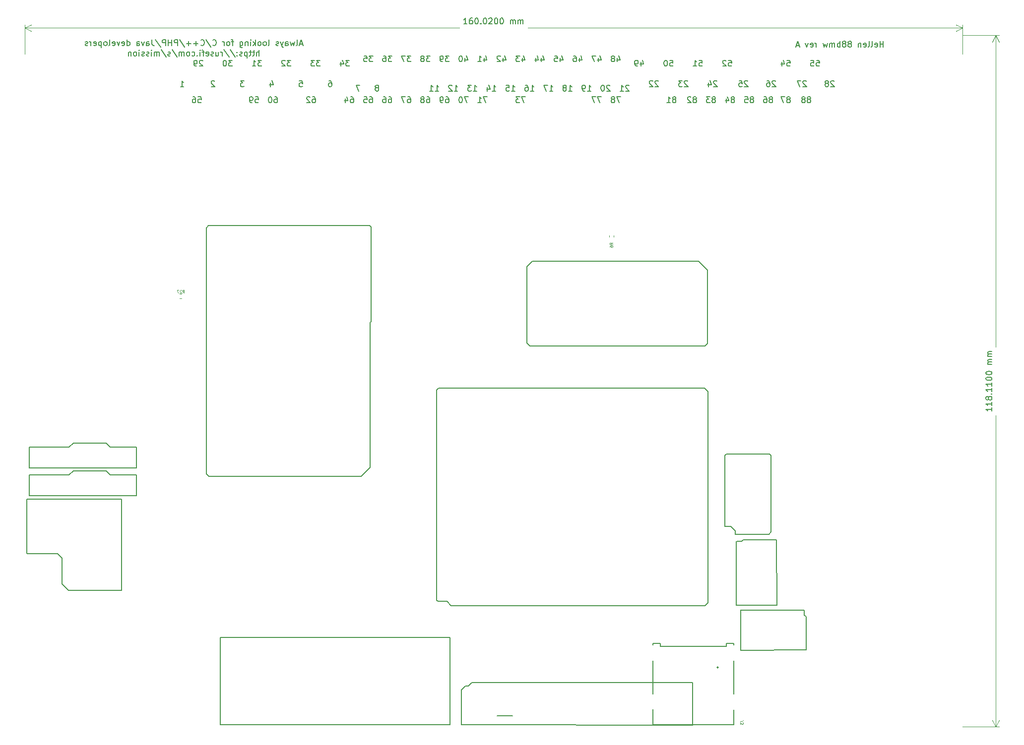
<source format=gbo>
G04 #@! TF.GenerationSoftware,KiCad,Pcbnew,(5.99.0-11247-g3f6811f413)*
G04 #@! TF.CreationDate,2021-08-13T00:10:12+03:00*
G04 #@! TF.ProjectId,hellen88bmw,68656c6c-656e-4383-9862-6d772e6b6963,rev?*
G04 #@! TF.SameCoordinates,PX3d1b110PY9269338*
G04 #@! TF.FileFunction,Legend,Bot*
G04 #@! TF.FilePolarity,Positive*
%FSLAX46Y46*%
G04 Gerber Fmt 4.6, Leading zero omitted, Abs format (unit mm)*
G04 Created by KiCad (PCBNEW (5.99.0-11247-g3f6811f413)) date 2021-08-13 00:10:12*
%MOMM*%
%LPD*%
G01*
G04 APERTURE LIST*
%ADD10C,0.150000*%
%ADD11C,0.120000*%
%ADD12C,0.070000*%
%ADD13C,0.200000*%
G04 APERTURE END LIST*
D10*
X32461714Y110225381D02*
X32414095Y110273000D01*
X32318857Y110320620D01*
X32080761Y110320620D01*
X31985523Y110273000D01*
X31937904Y110225381D01*
X31890285Y110130143D01*
X31890285Y110034905D01*
X31937904Y109892048D01*
X32509333Y109320620D01*
X31890285Y109320620D01*
X130164095Y113820620D02*
X130640285Y113820620D01*
X130687904Y113344429D01*
X130640285Y113392048D01*
X130545047Y113439667D01*
X130306952Y113439667D01*
X130211714Y113392048D01*
X130164095Y113344429D01*
X130116476Y113249191D01*
X130116476Y113011096D01*
X130164095Y112915858D01*
X130211714Y112868239D01*
X130306952Y112820620D01*
X130545047Y112820620D01*
X130640285Y112868239D01*
X130687904Y112915858D01*
X129259333Y113487286D02*
X129259333Y112820620D01*
X129497428Y113868239D02*
X129735523Y113153953D01*
X129116476Y113153953D01*
X91461714Y114237286D02*
X91461714Y113570620D01*
X91699809Y114618239D02*
X91937904Y113903953D01*
X91318857Y113903953D01*
X90461714Y114570620D02*
X90937904Y114570620D01*
X90985523Y114094429D01*
X90937904Y114142048D01*
X90842666Y114189667D01*
X90604571Y114189667D01*
X90509333Y114142048D01*
X90461714Y114094429D01*
X90414095Y113999191D01*
X90414095Y113761096D01*
X90461714Y113665858D01*
X90509333Y113618239D01*
X90604571Y113570620D01*
X90842666Y113570620D01*
X90937904Y113618239D01*
X90985523Y113665858D01*
X72485523Y114570620D02*
X71866476Y114570620D01*
X72199809Y114189667D01*
X72056952Y114189667D01*
X71961714Y114142048D01*
X71914095Y114094429D01*
X71866476Y113999191D01*
X71866476Y113761096D01*
X71914095Y113665858D01*
X71961714Y113618239D01*
X72056952Y113570620D01*
X72342666Y113570620D01*
X72437904Y113618239D01*
X72485523Y113665858D01*
X71390285Y113570620D02*
X71199809Y113570620D01*
X71104571Y113618239D01*
X71056952Y113665858D01*
X70961714Y113808715D01*
X70914095Y113999191D01*
X70914095Y114380143D01*
X70961714Y114475381D01*
X71009333Y114523000D01*
X71104571Y114570620D01*
X71295047Y114570620D01*
X71390285Y114523000D01*
X71437904Y114475381D01*
X71485523Y114380143D01*
X71485523Y114142048D01*
X71437904Y114046810D01*
X71390285Y113999191D01*
X71295047Y113951572D01*
X71104571Y113951572D01*
X71009333Y113999191D01*
X70961714Y114046810D01*
X70914095Y114142048D01*
X124247428Y107142048D02*
X124342666Y107189667D01*
X124390285Y107237286D01*
X124437904Y107332524D01*
X124437904Y107380143D01*
X124390285Y107475381D01*
X124342666Y107523000D01*
X124247428Y107570620D01*
X124056952Y107570620D01*
X123961714Y107523000D01*
X123914095Y107475381D01*
X123866476Y107380143D01*
X123866476Y107332524D01*
X123914095Y107237286D01*
X123961714Y107189667D01*
X124056952Y107142048D01*
X124247428Y107142048D01*
X124342666Y107094429D01*
X124390285Y107046810D01*
X124437904Y106951572D01*
X124437904Y106761096D01*
X124390285Y106665858D01*
X124342666Y106618239D01*
X124247428Y106570620D01*
X124056952Y106570620D01*
X123961714Y106618239D01*
X123914095Y106665858D01*
X123866476Y106761096D01*
X123866476Y106951572D01*
X123914095Y107046810D01*
X123961714Y107094429D01*
X124056952Y107142048D01*
X122961714Y107570620D02*
X123437904Y107570620D01*
X123485523Y107094429D01*
X123437904Y107142048D01*
X123342666Y107189667D01*
X123104571Y107189667D01*
X123009333Y107142048D01*
X122961714Y107094429D01*
X122914095Y106999191D01*
X122914095Y106761096D01*
X122961714Y106665858D01*
X123009333Y106618239D01*
X123104571Y106570620D01*
X123342666Y106570620D01*
X123437904Y106618239D01*
X123485523Y106665858D01*
X76616476Y108570620D02*
X77187904Y108570620D01*
X76902190Y108570620D02*
X76902190Y109570620D01*
X76997428Y109427762D01*
X77092666Y109332524D01*
X77187904Y109284905D01*
X76283142Y109570620D02*
X75664095Y109570620D01*
X75997428Y109189667D01*
X75854571Y109189667D01*
X75759333Y109142048D01*
X75711714Y109094429D01*
X75664095Y108999191D01*
X75664095Y108761096D01*
X75711714Y108665858D01*
X75759333Y108618239D01*
X75854571Y108570620D01*
X76140285Y108570620D01*
X76235523Y108618239D01*
X76283142Y108665858D01*
X29664095Y107570620D02*
X30140285Y107570620D01*
X30187904Y107094429D01*
X30140285Y107142048D01*
X30045047Y107189667D01*
X29806952Y107189667D01*
X29711714Y107142048D01*
X29664095Y107094429D01*
X29616476Y106999191D01*
X29616476Y106761096D01*
X29664095Y106665858D01*
X29711714Y106618239D01*
X29806952Y106570620D01*
X30045047Y106570620D01*
X30140285Y106618239D01*
X30187904Y106665858D01*
X28759333Y107570620D02*
X28949809Y107570620D01*
X29045047Y107523000D01*
X29092666Y107475381D01*
X29187904Y107332524D01*
X29235523Y107142048D01*
X29235523Y106761096D01*
X29187904Y106665858D01*
X29140285Y106618239D01*
X29045047Y106570620D01*
X28854571Y106570620D01*
X28759333Y106618239D01*
X28711714Y106665858D01*
X28664095Y106761096D01*
X28664095Y106999191D01*
X28711714Y107094429D01*
X28759333Y107142048D01*
X28854571Y107189667D01*
X29045047Y107189667D01*
X29140285Y107142048D01*
X29187904Y107094429D01*
X29235523Y106999191D01*
X138187904Y110225381D02*
X138140285Y110273000D01*
X138045047Y110320620D01*
X137806952Y110320620D01*
X137711714Y110273000D01*
X137664095Y110225381D01*
X137616476Y110130143D01*
X137616476Y110034905D01*
X137664095Y109892048D01*
X138235523Y109320620D01*
X137616476Y109320620D01*
X137045047Y109892048D02*
X137140285Y109939667D01*
X137187904Y109987286D01*
X137235523Y110082524D01*
X137235523Y110130143D01*
X137187904Y110225381D01*
X137140285Y110273000D01*
X137045047Y110320620D01*
X136854571Y110320620D01*
X136759333Y110273000D01*
X136711714Y110225381D01*
X136664095Y110130143D01*
X136664095Y110082524D01*
X136711714Y109987286D01*
X136759333Y109939667D01*
X136854571Y109892048D01*
X137045047Y109892048D01*
X137140285Y109844429D01*
X137187904Y109796810D01*
X137235523Y109701572D01*
X137235523Y109511096D01*
X137187904Y109415858D01*
X137140285Y109368239D01*
X137045047Y109320620D01*
X136854571Y109320620D01*
X136759333Y109368239D01*
X136711714Y109415858D01*
X136664095Y109511096D01*
X136664095Y109701572D01*
X136711714Y109796810D01*
X136759333Y109844429D01*
X136854571Y109892048D01*
X59485523Y114570620D02*
X58866476Y114570620D01*
X59199809Y114189667D01*
X59056952Y114189667D01*
X58961714Y114142048D01*
X58914095Y114094429D01*
X58866476Y113999191D01*
X58866476Y113761096D01*
X58914095Y113665858D01*
X58961714Y113618239D01*
X59056952Y113570620D01*
X59342666Y113570620D01*
X59437904Y113618239D01*
X59485523Y113665858D01*
X57961714Y114570620D02*
X58437904Y114570620D01*
X58485523Y114094429D01*
X58437904Y114142048D01*
X58342666Y114189667D01*
X58104571Y114189667D01*
X58009333Y114142048D01*
X57961714Y114094429D01*
X57914095Y113999191D01*
X57914095Y113761096D01*
X57961714Y113665858D01*
X58009333Y113618239D01*
X58104571Y113570620D01*
X58342666Y113570620D01*
X58437904Y113618239D01*
X58485523Y113665858D01*
X57259333Y109570620D02*
X56592666Y109570620D01*
X57021238Y108570620D01*
X130497428Y107142048D02*
X130592666Y107189667D01*
X130640285Y107237286D01*
X130687904Y107332524D01*
X130687904Y107380143D01*
X130640285Y107475381D01*
X130592666Y107523000D01*
X130497428Y107570620D01*
X130306952Y107570620D01*
X130211714Y107523000D01*
X130164095Y107475381D01*
X130116476Y107380143D01*
X130116476Y107332524D01*
X130164095Y107237286D01*
X130211714Y107189667D01*
X130306952Y107142048D01*
X130497428Y107142048D01*
X130592666Y107094429D01*
X130640285Y107046810D01*
X130687904Y106951572D01*
X130687904Y106761096D01*
X130640285Y106665858D01*
X130592666Y106618239D01*
X130497428Y106570620D01*
X130306952Y106570620D01*
X130211714Y106618239D01*
X130164095Y106665858D01*
X130116476Y106761096D01*
X130116476Y106951572D01*
X130164095Y107046810D01*
X130211714Y107094429D01*
X130306952Y107142048D01*
X129783142Y107570620D02*
X129116476Y107570620D01*
X129545047Y106570620D01*
X45485523Y113820620D02*
X44866476Y113820620D01*
X45199809Y113439667D01*
X45056952Y113439667D01*
X44961714Y113392048D01*
X44914095Y113344429D01*
X44866476Y113249191D01*
X44866476Y113011096D01*
X44914095Y112915858D01*
X44961714Y112868239D01*
X45056952Y112820620D01*
X45342666Y112820620D01*
X45437904Y112868239D01*
X45485523Y112915858D01*
X44485523Y113725381D02*
X44437904Y113773000D01*
X44342666Y113820620D01*
X44104571Y113820620D01*
X44009333Y113773000D01*
X43961714Y113725381D01*
X43914095Y113630143D01*
X43914095Y113534905D01*
X43961714Y113392048D01*
X44533142Y112820620D01*
X43914095Y112820620D01*
X120997428Y107142048D02*
X121092666Y107189667D01*
X121140285Y107237286D01*
X121187904Y107332524D01*
X121187904Y107380143D01*
X121140285Y107475381D01*
X121092666Y107523000D01*
X120997428Y107570620D01*
X120806952Y107570620D01*
X120711714Y107523000D01*
X120664095Y107475381D01*
X120616476Y107380143D01*
X120616476Y107332524D01*
X120664095Y107237286D01*
X120711714Y107189667D01*
X120806952Y107142048D01*
X120997428Y107142048D01*
X121092666Y107094429D01*
X121140285Y107046810D01*
X121187904Y106951572D01*
X121187904Y106761096D01*
X121140285Y106665858D01*
X121092666Y106618239D01*
X120997428Y106570620D01*
X120806952Y106570620D01*
X120711714Y106618239D01*
X120664095Y106665858D01*
X120616476Y106761096D01*
X120616476Y106951572D01*
X120664095Y107046810D01*
X120711714Y107094429D01*
X120806952Y107142048D01*
X119759333Y107237286D02*
X119759333Y106570620D01*
X119997428Y107618239D02*
X120235523Y106903953D01*
X119616476Y106903953D01*
X69235523Y114570620D02*
X68616476Y114570620D01*
X68949809Y114189667D01*
X68806952Y114189667D01*
X68711714Y114142048D01*
X68664095Y114094429D01*
X68616476Y113999191D01*
X68616476Y113761096D01*
X68664095Y113665858D01*
X68711714Y113618239D01*
X68806952Y113570620D01*
X69092666Y113570620D01*
X69187904Y113618239D01*
X69235523Y113665858D01*
X68045047Y114142048D02*
X68140285Y114189667D01*
X68187904Y114237286D01*
X68235523Y114332524D01*
X68235523Y114380143D01*
X68187904Y114475381D01*
X68140285Y114523000D01*
X68045047Y114570620D01*
X67854571Y114570620D01*
X67759333Y114523000D01*
X67711714Y114475381D01*
X67664095Y114380143D01*
X67664095Y114332524D01*
X67711714Y114237286D01*
X67759333Y114189667D01*
X67854571Y114142048D01*
X68045047Y114142048D01*
X68140285Y114094429D01*
X68187904Y114046810D01*
X68235523Y113951572D01*
X68235523Y113761096D01*
X68187904Y113665858D01*
X68140285Y113618239D01*
X68045047Y113570620D01*
X67854571Y113570620D01*
X67759333Y113618239D01*
X67711714Y113665858D01*
X67664095Y113761096D01*
X67664095Y113951572D01*
X67711714Y114046810D01*
X67759333Y114094429D01*
X67854571Y114142048D01*
X39414095Y107570620D02*
X39890285Y107570620D01*
X39937904Y107094429D01*
X39890285Y107142048D01*
X39795047Y107189667D01*
X39556952Y107189667D01*
X39461714Y107142048D01*
X39414095Y107094429D01*
X39366476Y106999191D01*
X39366476Y106761096D01*
X39414095Y106665858D01*
X39461714Y106618239D01*
X39556952Y106570620D01*
X39795047Y106570620D01*
X39890285Y106618239D01*
X39937904Y106665858D01*
X38890285Y106570620D02*
X38699809Y106570620D01*
X38604571Y106618239D01*
X38556952Y106665858D01*
X38461714Y106808715D01*
X38414095Y106999191D01*
X38414095Y107380143D01*
X38461714Y107475381D01*
X38509333Y107523000D01*
X38604571Y107570620D01*
X38795047Y107570620D01*
X38890285Y107523000D01*
X38937904Y107475381D01*
X38985523Y107380143D01*
X38985523Y107142048D01*
X38937904Y107046810D01*
X38890285Y106999191D01*
X38795047Y106951572D01*
X38604571Y106951572D01*
X38509333Y106999191D01*
X38461714Y107046810D01*
X38414095Y107142048D01*
X50485523Y113820620D02*
X49866476Y113820620D01*
X50199809Y113439667D01*
X50056952Y113439667D01*
X49961714Y113392048D01*
X49914095Y113344429D01*
X49866476Y113249191D01*
X49866476Y113011096D01*
X49914095Y112915858D01*
X49961714Y112868239D01*
X50056952Y112820620D01*
X50342666Y112820620D01*
X50437904Y112868239D01*
X50485523Y112915858D01*
X49533142Y113820620D02*
X48914095Y113820620D01*
X49247428Y113439667D01*
X49104571Y113439667D01*
X49009333Y113392048D01*
X48961714Y113344429D01*
X48914095Y113249191D01*
X48914095Y113011096D01*
X48961714Y112915858D01*
X49009333Y112868239D01*
X49104571Y112820620D01*
X49390285Y112820620D01*
X49485523Y112868239D01*
X49533142Y112915858D01*
X146580761Y116070620D02*
X146580761Y117070620D01*
X146580761Y116594429D02*
X146009333Y116594429D01*
X146009333Y116070620D02*
X146009333Y117070620D01*
X145152190Y116118239D02*
X145247428Y116070620D01*
X145437904Y116070620D01*
X145533142Y116118239D01*
X145580761Y116213477D01*
X145580761Y116594429D01*
X145533142Y116689667D01*
X145437904Y116737286D01*
X145247428Y116737286D01*
X145152190Y116689667D01*
X145104571Y116594429D01*
X145104571Y116499191D01*
X145580761Y116403953D01*
X144533142Y116070620D02*
X144628380Y116118239D01*
X144676000Y116213477D01*
X144676000Y117070620D01*
X144009333Y116070620D02*
X144104571Y116118239D01*
X144152190Y116213477D01*
X144152190Y117070620D01*
X143247428Y116118239D02*
X143342666Y116070620D01*
X143533142Y116070620D01*
X143628380Y116118239D01*
X143676000Y116213477D01*
X143676000Y116594429D01*
X143628380Y116689667D01*
X143533142Y116737286D01*
X143342666Y116737286D01*
X143247428Y116689667D01*
X143199809Y116594429D01*
X143199809Y116499191D01*
X143676000Y116403953D01*
X142771238Y116737286D02*
X142771238Y116070620D01*
X142771238Y116642048D02*
X142723619Y116689667D01*
X142628380Y116737286D01*
X142485523Y116737286D01*
X142390285Y116689667D01*
X142342666Y116594429D01*
X142342666Y116070620D01*
X140961714Y116642048D02*
X141056952Y116689667D01*
X141104571Y116737286D01*
X141152190Y116832524D01*
X141152190Y116880143D01*
X141104571Y116975381D01*
X141056952Y117023000D01*
X140961714Y117070620D01*
X140771238Y117070620D01*
X140676000Y117023000D01*
X140628380Y116975381D01*
X140580761Y116880143D01*
X140580761Y116832524D01*
X140628380Y116737286D01*
X140676000Y116689667D01*
X140771238Y116642048D01*
X140961714Y116642048D01*
X141056952Y116594429D01*
X141104571Y116546810D01*
X141152190Y116451572D01*
X141152190Y116261096D01*
X141104571Y116165858D01*
X141056952Y116118239D01*
X140961714Y116070620D01*
X140771238Y116070620D01*
X140676000Y116118239D01*
X140628380Y116165858D01*
X140580761Y116261096D01*
X140580761Y116451572D01*
X140628380Y116546810D01*
X140676000Y116594429D01*
X140771238Y116642048D01*
X140009333Y116642048D02*
X140104571Y116689667D01*
X140152190Y116737286D01*
X140199809Y116832524D01*
X140199809Y116880143D01*
X140152190Y116975381D01*
X140104571Y117023000D01*
X140009333Y117070620D01*
X139818857Y117070620D01*
X139723619Y117023000D01*
X139676000Y116975381D01*
X139628380Y116880143D01*
X139628380Y116832524D01*
X139676000Y116737286D01*
X139723619Y116689667D01*
X139818857Y116642048D01*
X140009333Y116642048D01*
X140104571Y116594429D01*
X140152190Y116546810D01*
X140199809Y116451572D01*
X140199809Y116261096D01*
X140152190Y116165858D01*
X140104571Y116118239D01*
X140009333Y116070620D01*
X139818857Y116070620D01*
X139723619Y116118239D01*
X139676000Y116165858D01*
X139628380Y116261096D01*
X139628380Y116451572D01*
X139676000Y116546810D01*
X139723619Y116594429D01*
X139818857Y116642048D01*
X139199809Y116070620D02*
X139199809Y117070620D01*
X139199809Y116689667D02*
X139104571Y116737286D01*
X138914095Y116737286D01*
X138818857Y116689667D01*
X138771238Y116642048D01*
X138723619Y116546810D01*
X138723619Y116261096D01*
X138771238Y116165858D01*
X138818857Y116118239D01*
X138914095Y116070620D01*
X139104571Y116070620D01*
X139199809Y116118239D01*
X138295047Y116070620D02*
X138295047Y116737286D01*
X138295047Y116642048D02*
X138247428Y116689667D01*
X138152190Y116737286D01*
X138009333Y116737286D01*
X137914095Y116689667D01*
X137866476Y116594429D01*
X137866476Y116070620D01*
X137866476Y116594429D02*
X137818857Y116689667D01*
X137723619Y116737286D01*
X137580761Y116737286D01*
X137485523Y116689667D01*
X137437904Y116594429D01*
X137437904Y116070620D01*
X137056952Y116737286D02*
X136866476Y116070620D01*
X136676000Y116546810D01*
X136485523Y116070620D01*
X136295047Y116737286D01*
X135152190Y116070620D02*
X135152190Y116737286D01*
X135152190Y116546810D02*
X135104571Y116642048D01*
X135056952Y116689667D01*
X134961714Y116737286D01*
X134866476Y116737286D01*
X134152190Y116118239D02*
X134247428Y116070620D01*
X134437904Y116070620D01*
X134533142Y116118239D01*
X134580761Y116213477D01*
X134580761Y116594429D01*
X134533142Y116689667D01*
X134437904Y116737286D01*
X134247428Y116737286D01*
X134152190Y116689667D01*
X134104571Y116594429D01*
X134104571Y116499191D01*
X134580761Y116403953D01*
X133771238Y116737286D02*
X133533142Y116070620D01*
X133295047Y116737286D01*
X132199809Y116356334D02*
X131723619Y116356334D01*
X132295047Y116070620D02*
X131961714Y117070620D01*
X131628380Y116070620D01*
X94711714Y114237286D02*
X94711714Y113570620D01*
X94949809Y114618239D02*
X95187904Y113903953D01*
X94568857Y113903953D01*
X93759333Y114570620D02*
X93949809Y114570620D01*
X94045047Y114523000D01*
X94092666Y114475381D01*
X94187904Y114332524D01*
X94235523Y114142048D01*
X94235523Y113761096D01*
X94187904Y113665858D01*
X94140285Y113618239D01*
X94045047Y113570620D01*
X93854571Y113570620D01*
X93759333Y113618239D01*
X93711714Y113665858D01*
X93664095Y113761096D01*
X93664095Y113999191D01*
X93711714Y114094429D01*
X93759333Y114142048D01*
X93854571Y114189667D01*
X94045047Y114189667D01*
X94140285Y114142048D01*
X94187904Y114094429D01*
X94235523Y113999191D01*
X30437904Y113725381D02*
X30390285Y113773000D01*
X30295047Y113820620D01*
X30056952Y113820620D01*
X29961714Y113773000D01*
X29914095Y113725381D01*
X29866476Y113630143D01*
X29866476Y113534905D01*
X29914095Y113392048D01*
X30485523Y112820620D01*
X29866476Y112820620D01*
X29390285Y112820620D02*
X29199809Y112820620D01*
X29104571Y112868239D01*
X29056952Y112915858D01*
X28961714Y113058715D01*
X28914095Y113249191D01*
X28914095Y113630143D01*
X28961714Y113725381D01*
X29009333Y113773000D01*
X29104571Y113820620D01*
X29295047Y113820620D01*
X29390285Y113773000D01*
X29437904Y113725381D01*
X29485523Y113630143D01*
X29485523Y113392048D01*
X29437904Y113296810D01*
X29390285Y113249191D01*
X29295047Y113201572D01*
X29104571Y113201572D01*
X29009333Y113249191D01*
X28961714Y113296810D01*
X28914095Y113392048D01*
X65461714Y107570620D02*
X65652190Y107570620D01*
X65747428Y107523000D01*
X65795047Y107475381D01*
X65890285Y107332524D01*
X65937904Y107142048D01*
X65937904Y106761096D01*
X65890285Y106665858D01*
X65842666Y106618239D01*
X65747428Y106570620D01*
X65556952Y106570620D01*
X65461714Y106618239D01*
X65414095Y106665858D01*
X65366476Y106761096D01*
X65366476Y106999191D01*
X65414095Y107094429D01*
X65461714Y107142048D01*
X65556952Y107189667D01*
X65747428Y107189667D01*
X65842666Y107142048D01*
X65890285Y107094429D01*
X65937904Y106999191D01*
X65033142Y107570620D02*
X64366476Y107570620D01*
X64795047Y106570620D01*
X47473619Y116606334D02*
X46997428Y116606334D01*
X47568857Y116320620D02*
X47235523Y117320620D01*
X46902190Y116320620D01*
X46426000Y116320620D02*
X46521238Y116368239D01*
X46568857Y116463477D01*
X46568857Y117320620D01*
X46140285Y116987286D02*
X45949809Y116320620D01*
X45759333Y116796810D01*
X45568857Y116320620D01*
X45378380Y116987286D01*
X44568857Y116320620D02*
X44568857Y116844429D01*
X44616476Y116939667D01*
X44711714Y116987286D01*
X44902190Y116987286D01*
X44997428Y116939667D01*
X44568857Y116368239D02*
X44664095Y116320620D01*
X44902190Y116320620D01*
X44997428Y116368239D01*
X45045047Y116463477D01*
X45045047Y116558715D01*
X44997428Y116653953D01*
X44902190Y116701572D01*
X44664095Y116701572D01*
X44568857Y116749191D01*
X44187904Y116987286D02*
X43949809Y116320620D01*
X43711714Y116987286D02*
X43949809Y116320620D01*
X44045047Y116082524D01*
X44092666Y116034905D01*
X44187904Y115987286D01*
X43378380Y116368239D02*
X43283142Y116320620D01*
X43092666Y116320620D01*
X42997428Y116368239D01*
X42949809Y116463477D01*
X42949809Y116511096D01*
X42997428Y116606334D01*
X43092666Y116653953D01*
X43235523Y116653953D01*
X43330761Y116701572D01*
X43378380Y116796810D01*
X43378380Y116844429D01*
X43330761Y116939667D01*
X43235523Y116987286D01*
X43092666Y116987286D01*
X42997428Y116939667D01*
X41616476Y116320620D02*
X41711714Y116368239D01*
X41759333Y116463477D01*
X41759333Y117320620D01*
X41092666Y116320620D02*
X41187904Y116368239D01*
X41235523Y116415858D01*
X41283142Y116511096D01*
X41283142Y116796810D01*
X41235523Y116892048D01*
X41187904Y116939667D01*
X41092666Y116987286D01*
X40949809Y116987286D01*
X40854571Y116939667D01*
X40806952Y116892048D01*
X40759333Y116796810D01*
X40759333Y116511096D01*
X40806952Y116415858D01*
X40854571Y116368239D01*
X40949809Y116320620D01*
X41092666Y116320620D01*
X40187904Y116320620D02*
X40283142Y116368239D01*
X40330761Y116415858D01*
X40378380Y116511096D01*
X40378380Y116796810D01*
X40330761Y116892048D01*
X40283142Y116939667D01*
X40187904Y116987286D01*
X40045047Y116987286D01*
X39949809Y116939667D01*
X39902190Y116892048D01*
X39854571Y116796810D01*
X39854571Y116511096D01*
X39902190Y116415858D01*
X39949809Y116368239D01*
X40045047Y116320620D01*
X40187904Y116320620D01*
X39426000Y116320620D02*
X39426000Y117320620D01*
X39330761Y116701572D02*
X39045047Y116320620D01*
X39045047Y116987286D02*
X39426000Y116606334D01*
X38616476Y116320620D02*
X38616476Y116987286D01*
X38616476Y117320620D02*
X38664095Y117273000D01*
X38616476Y117225381D01*
X38568857Y117273000D01*
X38616476Y117320620D01*
X38616476Y117225381D01*
X38140285Y116987286D02*
X38140285Y116320620D01*
X38140285Y116892048D02*
X38092666Y116939667D01*
X37997428Y116987286D01*
X37854571Y116987286D01*
X37759333Y116939667D01*
X37711714Y116844429D01*
X37711714Y116320620D01*
X36806952Y116987286D02*
X36806952Y116177762D01*
X36854571Y116082524D01*
X36902190Y116034905D01*
X36997428Y115987286D01*
X37140285Y115987286D01*
X37235523Y116034905D01*
X36806952Y116368239D02*
X36902190Y116320620D01*
X37092666Y116320620D01*
X37187904Y116368239D01*
X37235523Y116415858D01*
X37283142Y116511096D01*
X37283142Y116796810D01*
X37235523Y116892048D01*
X37187904Y116939667D01*
X37092666Y116987286D01*
X36902190Y116987286D01*
X36806952Y116939667D01*
X35711714Y116987286D02*
X35330761Y116987286D01*
X35568857Y116320620D02*
X35568857Y117177762D01*
X35521238Y117273000D01*
X35426000Y117320620D01*
X35330761Y117320620D01*
X34854571Y116320620D02*
X34949809Y116368239D01*
X34997428Y116415858D01*
X35045047Y116511096D01*
X35045047Y116796810D01*
X34997428Y116892048D01*
X34949809Y116939667D01*
X34854571Y116987286D01*
X34711714Y116987286D01*
X34616476Y116939667D01*
X34568857Y116892048D01*
X34521238Y116796810D01*
X34521238Y116511096D01*
X34568857Y116415858D01*
X34616476Y116368239D01*
X34711714Y116320620D01*
X34854571Y116320620D01*
X34092666Y116320620D02*
X34092666Y116987286D01*
X34092666Y116796810D02*
X34045047Y116892048D01*
X33997428Y116939667D01*
X33902190Y116987286D01*
X33806952Y116987286D01*
X32140285Y116415858D02*
X32187904Y116368239D01*
X32330761Y116320620D01*
X32426000Y116320620D01*
X32568857Y116368239D01*
X32664095Y116463477D01*
X32711714Y116558715D01*
X32759333Y116749191D01*
X32759333Y116892048D01*
X32711714Y117082524D01*
X32664095Y117177762D01*
X32568857Y117273000D01*
X32426000Y117320620D01*
X32330761Y117320620D01*
X32187904Y117273000D01*
X32140285Y117225381D01*
X30997428Y117368239D02*
X31854571Y116082524D01*
X30092666Y116415858D02*
X30140285Y116368239D01*
X30283142Y116320620D01*
X30378380Y116320620D01*
X30521238Y116368239D01*
X30616476Y116463477D01*
X30664095Y116558715D01*
X30711714Y116749191D01*
X30711714Y116892048D01*
X30664095Y117082524D01*
X30616476Y117177762D01*
X30521238Y117273000D01*
X30378380Y117320620D01*
X30283142Y117320620D01*
X30140285Y117273000D01*
X30092666Y117225381D01*
X29664095Y116701572D02*
X28902190Y116701572D01*
X29283142Y116320620D02*
X29283142Y117082524D01*
X28426000Y116701572D02*
X27664095Y116701572D01*
X28045047Y116320620D02*
X28045047Y117082524D01*
X26473619Y117368239D02*
X27330761Y116082524D01*
X26140285Y116320620D02*
X26140285Y117320620D01*
X25759333Y117320620D01*
X25664095Y117273000D01*
X25616476Y117225381D01*
X25568857Y117130143D01*
X25568857Y116987286D01*
X25616476Y116892048D01*
X25664095Y116844429D01*
X25759333Y116796810D01*
X26140285Y116796810D01*
X25140285Y116320620D02*
X25140285Y117320620D01*
X25140285Y116844429D02*
X24568857Y116844429D01*
X24568857Y116320620D02*
X24568857Y117320620D01*
X24092666Y116320620D02*
X24092666Y117320620D01*
X23711714Y117320620D01*
X23616476Y117273000D01*
X23568857Y117225381D01*
X23521238Y117130143D01*
X23521238Y116987286D01*
X23568857Y116892048D01*
X23616476Y116844429D01*
X23711714Y116796810D01*
X24092666Y116796810D01*
X22378380Y117368239D02*
X23235523Y116082524D01*
X21759333Y117320620D02*
X21759333Y116606334D01*
X21806952Y116463477D01*
X21902190Y116368239D01*
X22045047Y116320620D01*
X22140285Y116320620D01*
X20854571Y116320620D02*
X20854571Y116844429D01*
X20902190Y116939667D01*
X20997428Y116987286D01*
X21187904Y116987286D01*
X21283142Y116939667D01*
X20854571Y116368239D02*
X20949809Y116320620D01*
X21187904Y116320620D01*
X21283142Y116368239D01*
X21330761Y116463477D01*
X21330761Y116558715D01*
X21283142Y116653953D01*
X21187904Y116701572D01*
X20949809Y116701572D01*
X20854571Y116749191D01*
X20473619Y116987286D02*
X20235523Y116320620D01*
X19997428Y116987286D01*
X19187904Y116320620D02*
X19187904Y116844429D01*
X19235523Y116939667D01*
X19330761Y116987286D01*
X19521238Y116987286D01*
X19616476Y116939667D01*
X19187904Y116368239D02*
X19283142Y116320620D01*
X19521238Y116320620D01*
X19616476Y116368239D01*
X19664095Y116463477D01*
X19664095Y116558715D01*
X19616476Y116653953D01*
X19521238Y116701572D01*
X19283142Y116701572D01*
X19187904Y116749191D01*
X17521238Y116320620D02*
X17521238Y117320620D01*
X17521238Y116368239D02*
X17616476Y116320620D01*
X17806952Y116320620D01*
X17902190Y116368239D01*
X17949809Y116415858D01*
X17997428Y116511096D01*
X17997428Y116796810D01*
X17949809Y116892048D01*
X17902190Y116939667D01*
X17806952Y116987286D01*
X17616476Y116987286D01*
X17521238Y116939667D01*
X16664095Y116368239D02*
X16759333Y116320620D01*
X16949809Y116320620D01*
X17045047Y116368239D01*
X17092666Y116463477D01*
X17092666Y116844429D01*
X17045047Y116939667D01*
X16949809Y116987286D01*
X16759333Y116987286D01*
X16664095Y116939667D01*
X16616476Y116844429D01*
X16616476Y116749191D01*
X17092666Y116653953D01*
X16283142Y116987286D02*
X16045047Y116320620D01*
X15806952Y116987286D01*
X15045047Y116368239D02*
X15140285Y116320620D01*
X15330761Y116320620D01*
X15426000Y116368239D01*
X15473619Y116463477D01*
X15473619Y116844429D01*
X15426000Y116939667D01*
X15330761Y116987286D01*
X15140285Y116987286D01*
X15045047Y116939667D01*
X14997428Y116844429D01*
X14997428Y116749191D01*
X15473619Y116653953D01*
X14426000Y116320620D02*
X14521238Y116368239D01*
X14568857Y116463477D01*
X14568857Y117320620D01*
X13902190Y116320620D02*
X13997428Y116368239D01*
X14045047Y116415858D01*
X14092666Y116511096D01*
X14092666Y116796810D01*
X14045047Y116892048D01*
X13997428Y116939667D01*
X13902190Y116987286D01*
X13759333Y116987286D01*
X13664095Y116939667D01*
X13616476Y116892048D01*
X13568857Y116796810D01*
X13568857Y116511096D01*
X13616476Y116415858D01*
X13664095Y116368239D01*
X13759333Y116320620D01*
X13902190Y116320620D01*
X13140285Y116987286D02*
X13140285Y115987286D01*
X13140285Y116939667D02*
X13045047Y116987286D01*
X12854571Y116987286D01*
X12759333Y116939667D01*
X12711714Y116892048D01*
X12664095Y116796810D01*
X12664095Y116511096D01*
X12711714Y116415858D01*
X12759333Y116368239D01*
X12854571Y116320620D01*
X13045047Y116320620D01*
X13140285Y116368239D01*
X11854571Y116368239D02*
X11949809Y116320620D01*
X12140285Y116320620D01*
X12235523Y116368239D01*
X12283142Y116463477D01*
X12283142Y116844429D01*
X12235523Y116939667D01*
X12140285Y116987286D01*
X11949809Y116987286D01*
X11854571Y116939667D01*
X11806952Y116844429D01*
X11806952Y116749191D01*
X12283142Y116653953D01*
X11378380Y116320620D02*
X11378380Y116987286D01*
X11378380Y116796810D02*
X11330761Y116892048D01*
X11283142Y116939667D01*
X11187904Y116987286D01*
X11092666Y116987286D01*
X10806952Y116368239D02*
X10711714Y116320620D01*
X10521238Y116320620D01*
X10426000Y116368239D01*
X10378380Y116463477D01*
X10378380Y116511096D01*
X10426000Y116606334D01*
X10521238Y116653953D01*
X10664095Y116653953D01*
X10759333Y116701572D01*
X10806952Y116796810D01*
X10806952Y116844429D01*
X10759333Y116939667D01*
X10664095Y116987286D01*
X10521238Y116987286D01*
X10426000Y116939667D01*
X86366476Y108570620D02*
X86937904Y108570620D01*
X86652190Y108570620D02*
X86652190Y109570620D01*
X86747428Y109427762D01*
X86842666Y109332524D01*
X86937904Y109284905D01*
X85509333Y109570620D02*
X85699809Y109570620D01*
X85795047Y109523000D01*
X85842666Y109475381D01*
X85937904Y109332524D01*
X85985523Y109142048D01*
X85985523Y108761096D01*
X85937904Y108665858D01*
X85890285Y108618239D01*
X85795047Y108570620D01*
X85604571Y108570620D01*
X85509333Y108618239D01*
X85461714Y108665858D01*
X85414095Y108761096D01*
X85414095Y108999191D01*
X85461714Y109094429D01*
X85509333Y109142048D01*
X85604571Y109189667D01*
X85795047Y109189667D01*
X85890285Y109142048D01*
X85937904Y109094429D01*
X85985523Y108999191D01*
X88211714Y114237286D02*
X88211714Y113570620D01*
X88449809Y114618239D02*
X88687904Y113903953D01*
X88068857Y113903953D01*
X87259333Y114237286D02*
X87259333Y113570620D01*
X87497428Y114618239D02*
X87735523Y113903953D01*
X87116476Y113903953D01*
X92866476Y108570620D02*
X93437904Y108570620D01*
X93152190Y108570620D02*
X93152190Y109570620D01*
X93247428Y109427762D01*
X93342666Y109332524D01*
X93437904Y109284905D01*
X92295047Y109142048D02*
X92390285Y109189667D01*
X92437904Y109237286D01*
X92485523Y109332524D01*
X92485523Y109380143D01*
X92437904Y109475381D01*
X92390285Y109523000D01*
X92295047Y109570620D01*
X92104571Y109570620D01*
X92009333Y109523000D01*
X91961714Y109475381D01*
X91914095Y109380143D01*
X91914095Y109332524D01*
X91961714Y109237286D01*
X92009333Y109189667D01*
X92104571Y109142048D01*
X92295047Y109142048D01*
X92390285Y109094429D01*
X92437904Y109046810D01*
X92485523Y108951572D01*
X92485523Y108761096D01*
X92437904Y108665858D01*
X92390285Y108618239D01*
X92295047Y108570620D01*
X92104571Y108570620D01*
X92009333Y108618239D01*
X91961714Y108665858D01*
X91914095Y108761096D01*
X91914095Y108951572D01*
X91961714Y109046810D01*
X92009333Y109094429D01*
X92104571Y109142048D01*
X60271238Y109142048D02*
X60366476Y109189667D01*
X60414095Y109237286D01*
X60461714Y109332524D01*
X60461714Y109380143D01*
X60414095Y109475381D01*
X60366476Y109523000D01*
X60271238Y109570620D01*
X60080761Y109570620D01*
X59985523Y109523000D01*
X59937904Y109475381D01*
X59890285Y109380143D01*
X59890285Y109332524D01*
X59937904Y109237286D01*
X59985523Y109189667D01*
X60080761Y109142048D01*
X60271238Y109142048D01*
X60366476Y109094429D01*
X60414095Y109046810D01*
X60461714Y108951572D01*
X60461714Y108761096D01*
X60414095Y108665858D01*
X60366476Y108618239D01*
X60271238Y108570620D01*
X60080761Y108570620D01*
X59985523Y108618239D01*
X59937904Y108665858D01*
X59890285Y108761096D01*
X59890285Y108951572D01*
X59937904Y109046810D01*
X59985523Y109094429D01*
X60080761Y109142048D01*
X42711714Y107570620D02*
X42902190Y107570620D01*
X42997428Y107523000D01*
X43045047Y107475381D01*
X43140285Y107332524D01*
X43187904Y107142048D01*
X43187904Y106761096D01*
X43140285Y106665858D01*
X43092666Y106618239D01*
X42997428Y106570620D01*
X42806952Y106570620D01*
X42711714Y106618239D01*
X42664095Y106665858D01*
X42616476Y106761096D01*
X42616476Y106999191D01*
X42664095Y107094429D01*
X42711714Y107142048D01*
X42806952Y107189667D01*
X42997428Y107189667D01*
X43092666Y107142048D01*
X43140285Y107094429D01*
X43187904Y106999191D01*
X41997428Y107570620D02*
X41902190Y107570620D01*
X41806952Y107523000D01*
X41759333Y107475381D01*
X41711714Y107380143D01*
X41664095Y107189667D01*
X41664095Y106951572D01*
X41711714Y106761096D01*
X41759333Y106665858D01*
X41806952Y106618239D01*
X41902190Y106570620D01*
X41997428Y106570620D01*
X42092666Y106618239D01*
X42140285Y106665858D01*
X42187904Y106761096D01*
X42235523Y106951572D01*
X42235523Y107189667D01*
X42187904Y107380143D01*
X42140285Y107475381D01*
X42092666Y107523000D01*
X41997428Y107570620D01*
X46937904Y110320620D02*
X47414095Y110320620D01*
X47461714Y109844429D01*
X47414095Y109892048D01*
X47318857Y109939667D01*
X47080761Y109939667D01*
X46985523Y109892048D01*
X46937904Y109844429D01*
X46890285Y109749191D01*
X46890285Y109511096D01*
X46937904Y109415858D01*
X46985523Y109368239D01*
X47080761Y109320620D01*
X47318857Y109320620D01*
X47414095Y109368239D01*
X47461714Y109415858D01*
X75211714Y114237286D02*
X75211714Y113570620D01*
X75449809Y114618239D02*
X75687904Y113903953D01*
X75068857Y113903953D01*
X74497428Y114570620D02*
X74402190Y114570620D01*
X74306952Y114523000D01*
X74259333Y114475381D01*
X74211714Y114380143D01*
X74164095Y114189667D01*
X74164095Y113951572D01*
X74211714Y113761096D01*
X74259333Y113665858D01*
X74306952Y113618239D01*
X74402190Y113570620D01*
X74497428Y113570620D01*
X74592666Y113618239D01*
X74640285Y113665858D01*
X74687904Y113761096D01*
X74735523Y113951572D01*
X74735523Y114189667D01*
X74687904Y114380143D01*
X74640285Y114475381D01*
X74592666Y114523000D01*
X74497428Y114570620D01*
X123437904Y110225381D02*
X123390285Y110273000D01*
X123295047Y110320620D01*
X123056952Y110320620D01*
X122961714Y110273000D01*
X122914095Y110225381D01*
X122866476Y110130143D01*
X122866476Y110034905D01*
X122914095Y109892048D01*
X123485523Y109320620D01*
X122866476Y109320620D01*
X121961714Y110320620D02*
X122437904Y110320620D01*
X122485523Y109844429D01*
X122437904Y109892048D01*
X122342666Y109939667D01*
X122104571Y109939667D01*
X122009333Y109892048D01*
X121961714Y109844429D01*
X121914095Y109749191D01*
X121914095Y109511096D01*
X121961714Y109415858D01*
X122009333Y109368239D01*
X122104571Y109320620D01*
X122342666Y109320620D01*
X122437904Y109368239D01*
X122485523Y109415858D01*
X55711714Y107570620D02*
X55902190Y107570620D01*
X55997428Y107523000D01*
X56045047Y107475381D01*
X56140285Y107332524D01*
X56187904Y107142048D01*
X56187904Y106761096D01*
X56140285Y106665858D01*
X56092666Y106618239D01*
X55997428Y106570620D01*
X55806952Y106570620D01*
X55711714Y106618239D01*
X55664095Y106665858D01*
X55616476Y106761096D01*
X55616476Y106999191D01*
X55664095Y107094429D01*
X55711714Y107142048D01*
X55806952Y107189667D01*
X55997428Y107189667D01*
X56092666Y107142048D01*
X56140285Y107094429D01*
X56187904Y106999191D01*
X54759333Y107237286D02*
X54759333Y106570620D01*
X54997428Y107618239D02*
X55235523Y106903953D01*
X54616476Y106903953D01*
X83116476Y108570620D02*
X83687904Y108570620D01*
X83402190Y108570620D02*
X83402190Y109570620D01*
X83497428Y109427762D01*
X83592666Y109332524D01*
X83687904Y109284905D01*
X82211714Y109570620D02*
X82687904Y109570620D01*
X82735523Y109094429D01*
X82687904Y109142048D01*
X82592666Y109189667D01*
X82354571Y109189667D01*
X82259333Y109142048D01*
X82211714Y109094429D01*
X82164095Y108999191D01*
X82164095Y108761096D01*
X82211714Y108665858D01*
X82259333Y108618239D01*
X82354571Y108570620D01*
X82592666Y108570620D01*
X82687904Y108618239D01*
X82735523Y108665858D01*
X110997428Y107142048D02*
X111092666Y107189667D01*
X111140285Y107237286D01*
X111187904Y107332524D01*
X111187904Y107380143D01*
X111140285Y107475381D01*
X111092666Y107523000D01*
X110997428Y107570620D01*
X110806952Y107570620D01*
X110711714Y107523000D01*
X110664095Y107475381D01*
X110616476Y107380143D01*
X110616476Y107332524D01*
X110664095Y107237286D01*
X110711714Y107189667D01*
X110806952Y107142048D01*
X110997428Y107142048D01*
X111092666Y107094429D01*
X111140285Y107046810D01*
X111187904Y106951572D01*
X111187904Y106761096D01*
X111140285Y106665858D01*
X111092666Y106618239D01*
X110997428Y106570620D01*
X110806952Y106570620D01*
X110711714Y106618239D01*
X110664095Y106665858D01*
X110616476Y106761096D01*
X110616476Y106951572D01*
X110664095Y107046810D01*
X110711714Y107094429D01*
X110806952Y107142048D01*
X109664095Y106570620D02*
X110235523Y106570620D01*
X109949809Y106570620D02*
X109949809Y107570620D01*
X110045047Y107427762D01*
X110140285Y107332524D01*
X110235523Y107284905D01*
X58961714Y107570620D02*
X59152190Y107570620D01*
X59247428Y107523000D01*
X59295047Y107475381D01*
X59390285Y107332524D01*
X59437904Y107142048D01*
X59437904Y106761096D01*
X59390285Y106665858D01*
X59342666Y106618239D01*
X59247428Y106570620D01*
X59056952Y106570620D01*
X58961714Y106618239D01*
X58914095Y106665858D01*
X58866476Y106761096D01*
X58866476Y106999191D01*
X58914095Y107094429D01*
X58961714Y107142048D01*
X59056952Y107189667D01*
X59247428Y107189667D01*
X59342666Y107142048D01*
X59390285Y107094429D01*
X59437904Y106999191D01*
X57961714Y107570620D02*
X58437904Y107570620D01*
X58485523Y107094429D01*
X58437904Y107142048D01*
X58342666Y107189667D01*
X58104571Y107189667D01*
X58009333Y107142048D01*
X57961714Y107094429D01*
X57914095Y106999191D01*
X57914095Y106761096D01*
X57961714Y106665858D01*
X58009333Y106618239D01*
X58104571Y106570620D01*
X58342666Y106570620D01*
X58437904Y106618239D01*
X58485523Y106665858D01*
X105211714Y113487286D02*
X105211714Y112820620D01*
X105449809Y113868239D02*
X105687904Y113153953D01*
X105068857Y113153953D01*
X104640285Y112820620D02*
X104449809Y112820620D01*
X104354571Y112868239D01*
X104306952Y112915858D01*
X104211714Y113058715D01*
X104164095Y113249191D01*
X104164095Y113630143D01*
X104211714Y113725381D01*
X104259333Y113773000D01*
X104354571Y113820620D01*
X104545047Y113820620D01*
X104640285Y113773000D01*
X104687904Y113725381D01*
X104735523Y113630143D01*
X104735523Y113392048D01*
X104687904Y113296810D01*
X104640285Y113249191D01*
X104545047Y113201572D01*
X104354571Y113201572D01*
X104259333Y113249191D01*
X104211714Y113296810D01*
X104164095Y113392048D01*
X75735523Y107570620D02*
X75068857Y107570620D01*
X75497428Y106570620D01*
X74497428Y107570620D02*
X74402190Y107570620D01*
X74306952Y107523000D01*
X74259333Y107475381D01*
X74211714Y107380143D01*
X74164095Y107189667D01*
X74164095Y106951572D01*
X74211714Y106761096D01*
X74259333Y106665858D01*
X74306952Y106618239D01*
X74402190Y106570620D01*
X74497428Y106570620D01*
X74592666Y106618239D01*
X74640285Y106665858D01*
X74687904Y106761096D01*
X74735523Y106951572D01*
X74735523Y107189667D01*
X74687904Y107380143D01*
X74640285Y107475381D01*
X74592666Y107523000D01*
X74497428Y107570620D01*
X35485523Y113820620D02*
X34866476Y113820620D01*
X35199809Y113439667D01*
X35056952Y113439667D01*
X34961714Y113392048D01*
X34914095Y113344429D01*
X34866476Y113249191D01*
X34866476Y113011096D01*
X34914095Y112915858D01*
X34961714Y112868239D01*
X35056952Y112820620D01*
X35342666Y112820620D01*
X35437904Y112868239D01*
X35485523Y112915858D01*
X34247428Y113820620D02*
X34152190Y113820620D01*
X34056952Y113773000D01*
X34009333Y113725381D01*
X33961714Y113630143D01*
X33914095Y113439667D01*
X33914095Y113201572D01*
X33961714Y113011096D01*
X34009333Y112915858D01*
X34056952Y112868239D01*
X34152190Y112820620D01*
X34247428Y112820620D01*
X34342666Y112868239D01*
X34390285Y112915858D01*
X34437904Y113011096D01*
X34485523Y113201572D01*
X34485523Y113439667D01*
X34437904Y113630143D01*
X34390285Y113725381D01*
X34342666Y113773000D01*
X34247428Y113820620D01*
X40068857Y114570620D02*
X40068857Y115570620D01*
X39640285Y114570620D02*
X39640285Y115094429D01*
X39687904Y115189667D01*
X39783142Y115237286D01*
X39926000Y115237286D01*
X40021238Y115189667D01*
X40068857Y115142048D01*
X39306952Y115237286D02*
X38926000Y115237286D01*
X39164095Y115570620D02*
X39164095Y114713477D01*
X39116476Y114618239D01*
X39021238Y114570620D01*
X38926000Y114570620D01*
X38735523Y115237286D02*
X38354571Y115237286D01*
X38592666Y115570620D02*
X38592666Y114713477D01*
X38545047Y114618239D01*
X38449809Y114570620D01*
X38354571Y114570620D01*
X38021238Y115237286D02*
X38021238Y114237286D01*
X38021238Y115189667D02*
X37926000Y115237286D01*
X37735523Y115237286D01*
X37640285Y115189667D01*
X37592666Y115142048D01*
X37545047Y115046810D01*
X37545047Y114761096D01*
X37592666Y114665858D01*
X37640285Y114618239D01*
X37735523Y114570620D01*
X37926000Y114570620D01*
X38021238Y114618239D01*
X37164095Y114618239D02*
X37068857Y114570620D01*
X36878380Y114570620D01*
X36783142Y114618239D01*
X36735523Y114713477D01*
X36735523Y114761096D01*
X36783142Y114856334D01*
X36878380Y114903953D01*
X37021238Y114903953D01*
X37116476Y114951572D01*
X37164095Y115046810D01*
X37164095Y115094429D01*
X37116476Y115189667D01*
X37021238Y115237286D01*
X36878380Y115237286D01*
X36783142Y115189667D01*
X36306952Y114665858D02*
X36259333Y114618239D01*
X36306952Y114570620D01*
X36354571Y114618239D01*
X36306952Y114665858D01*
X36306952Y114570620D01*
X36306952Y115189667D02*
X36259333Y115142048D01*
X36306952Y115094429D01*
X36354571Y115142048D01*
X36306952Y115189667D01*
X36306952Y115094429D01*
X35116476Y115618239D02*
X35973619Y114332524D01*
X34068857Y115618239D02*
X34926000Y114332524D01*
X33735523Y114570620D02*
X33735523Y115237286D01*
X33735523Y115046810D02*
X33687904Y115142048D01*
X33640285Y115189667D01*
X33545047Y115237286D01*
X33449809Y115237286D01*
X32687904Y115237286D02*
X32687904Y114570620D01*
X33116476Y115237286D02*
X33116476Y114713477D01*
X33068857Y114618239D01*
X32973619Y114570620D01*
X32830761Y114570620D01*
X32735523Y114618239D01*
X32687904Y114665858D01*
X32259333Y114618239D02*
X32164095Y114570620D01*
X31973619Y114570620D01*
X31878380Y114618239D01*
X31830761Y114713477D01*
X31830761Y114761096D01*
X31878380Y114856334D01*
X31973619Y114903953D01*
X32116476Y114903953D01*
X32211714Y114951572D01*
X32259333Y115046810D01*
X32259333Y115094429D01*
X32211714Y115189667D01*
X32116476Y115237286D01*
X31973619Y115237286D01*
X31878380Y115189667D01*
X31021238Y114618239D02*
X31116476Y114570620D01*
X31306952Y114570620D01*
X31402190Y114618239D01*
X31449809Y114713477D01*
X31449809Y115094429D01*
X31402190Y115189667D01*
X31306952Y115237286D01*
X31116476Y115237286D01*
X31021238Y115189667D01*
X30973619Y115094429D01*
X30973619Y114999191D01*
X31449809Y114903953D01*
X30687904Y115237286D02*
X30306952Y115237286D01*
X30545047Y114570620D02*
X30545047Y115427762D01*
X30497428Y115523000D01*
X30402190Y115570620D01*
X30306952Y115570620D01*
X29973619Y114570620D02*
X29973619Y115237286D01*
X29973619Y115570620D02*
X30021238Y115523000D01*
X29973619Y115475381D01*
X29926000Y115523000D01*
X29973619Y115570620D01*
X29973619Y115475381D01*
X29497428Y114665858D02*
X29449809Y114618239D01*
X29497428Y114570620D01*
X29545047Y114618239D01*
X29497428Y114665858D01*
X29497428Y114570620D01*
X28592666Y114618239D02*
X28687904Y114570620D01*
X28878380Y114570620D01*
X28973619Y114618239D01*
X29021238Y114665858D01*
X29068857Y114761096D01*
X29068857Y115046810D01*
X29021238Y115142048D01*
X28973619Y115189667D01*
X28878380Y115237286D01*
X28687904Y115237286D01*
X28592666Y115189667D01*
X28021238Y114570620D02*
X28116476Y114618239D01*
X28164095Y114665858D01*
X28211714Y114761096D01*
X28211714Y115046810D01*
X28164095Y115142048D01*
X28116476Y115189667D01*
X28021238Y115237286D01*
X27878380Y115237286D01*
X27783142Y115189667D01*
X27735523Y115142048D01*
X27687904Y115046810D01*
X27687904Y114761096D01*
X27735523Y114665858D01*
X27783142Y114618239D01*
X27878380Y114570620D01*
X28021238Y114570620D01*
X27259333Y114570620D02*
X27259333Y115237286D01*
X27259333Y115142048D02*
X27211714Y115189667D01*
X27116476Y115237286D01*
X26973619Y115237286D01*
X26878380Y115189667D01*
X26830761Y115094429D01*
X26830761Y114570620D01*
X26830761Y115094429D02*
X26783142Y115189667D01*
X26687904Y115237286D01*
X26545047Y115237286D01*
X26449809Y115189667D01*
X26402190Y115094429D01*
X26402190Y114570620D01*
X25211714Y115618239D02*
X26068857Y114332524D01*
X24926000Y114618239D02*
X24830761Y114570620D01*
X24640285Y114570620D01*
X24545047Y114618239D01*
X24497428Y114713477D01*
X24497428Y114761096D01*
X24545047Y114856334D01*
X24640285Y114903953D01*
X24783142Y114903953D01*
X24878380Y114951572D01*
X24926000Y115046810D01*
X24926000Y115094429D01*
X24878380Y115189667D01*
X24783142Y115237286D01*
X24640285Y115237286D01*
X24545047Y115189667D01*
X23354571Y115618239D02*
X24211714Y114332524D01*
X23021238Y114570620D02*
X23021238Y115237286D01*
X23021238Y115142048D02*
X22973619Y115189667D01*
X22878380Y115237286D01*
X22735523Y115237286D01*
X22640285Y115189667D01*
X22592666Y115094429D01*
X22592666Y114570620D01*
X22592666Y115094429D02*
X22545047Y115189667D01*
X22449809Y115237286D01*
X22306952Y115237286D01*
X22211714Y115189667D01*
X22164095Y115094429D01*
X22164095Y114570620D01*
X21687904Y114570620D02*
X21687904Y115237286D01*
X21687904Y115570620D02*
X21735523Y115523000D01*
X21687904Y115475381D01*
X21640285Y115523000D01*
X21687904Y115570620D01*
X21687904Y115475381D01*
X21259333Y114618239D02*
X21164095Y114570620D01*
X20973619Y114570620D01*
X20878380Y114618239D01*
X20830761Y114713477D01*
X20830761Y114761096D01*
X20878380Y114856334D01*
X20973619Y114903953D01*
X21116476Y114903953D01*
X21211714Y114951572D01*
X21259333Y115046810D01*
X21259333Y115094429D01*
X21211714Y115189667D01*
X21116476Y115237286D01*
X20973619Y115237286D01*
X20878380Y115189667D01*
X20449809Y114618239D02*
X20354571Y114570620D01*
X20164095Y114570620D01*
X20068857Y114618239D01*
X20021238Y114713477D01*
X20021238Y114761096D01*
X20068857Y114856334D01*
X20164095Y114903953D01*
X20306952Y114903953D01*
X20402190Y114951572D01*
X20449809Y115046810D01*
X20449809Y115094429D01*
X20402190Y115189667D01*
X20306952Y115237286D01*
X20164095Y115237286D01*
X20068857Y115189667D01*
X19592666Y114570620D02*
X19592666Y115237286D01*
X19592666Y115570620D02*
X19640285Y115523000D01*
X19592666Y115475381D01*
X19545047Y115523000D01*
X19592666Y115570620D01*
X19592666Y115475381D01*
X18973619Y114570620D02*
X19068857Y114618239D01*
X19116476Y114665858D01*
X19164095Y114761096D01*
X19164095Y115046810D01*
X19116476Y115142048D01*
X19068857Y115189667D01*
X18973619Y115237286D01*
X18830761Y115237286D01*
X18735523Y115189667D01*
X18687904Y115142048D01*
X18640285Y115046810D01*
X18640285Y114761096D01*
X18687904Y114665858D01*
X18735523Y114618239D01*
X18830761Y114570620D01*
X18973619Y114570620D01*
X18211714Y115237286D02*
X18211714Y114570620D01*
X18211714Y115142048D02*
X18164095Y115189667D01*
X18068857Y115237286D01*
X17926000Y115237286D01*
X17830761Y115189667D01*
X17783142Y115094429D01*
X17783142Y114570620D01*
X78461714Y114237286D02*
X78461714Y113570620D01*
X78699809Y114618239D02*
X78937904Y113903953D01*
X78318857Y113903953D01*
X77414095Y113570620D02*
X77985523Y113570620D01*
X77699809Y113570620D02*
X77699809Y114570620D01*
X77795047Y114427762D01*
X77890285Y114332524D01*
X77985523Y114284905D01*
X84961714Y114237286D02*
X84961714Y113570620D01*
X85199809Y114618239D02*
X85437904Y113903953D01*
X84818857Y113903953D01*
X84533142Y114570620D02*
X83914095Y114570620D01*
X84247428Y114189667D01*
X84104571Y114189667D01*
X84009333Y114142048D01*
X83961714Y114094429D01*
X83914095Y113999191D01*
X83914095Y113761096D01*
X83961714Y113665858D01*
X84009333Y113618239D01*
X84104571Y113570620D01*
X84390285Y113570620D01*
X84485523Y113618239D01*
X84533142Y113665858D01*
X37509333Y110320620D02*
X36890285Y110320620D01*
X37223619Y109939667D01*
X37080761Y109939667D01*
X36985523Y109892048D01*
X36937904Y109844429D01*
X36890285Y109749191D01*
X36890285Y109511096D01*
X36937904Y109415858D01*
X36985523Y109368239D01*
X37080761Y109320620D01*
X37366476Y109320620D01*
X37461714Y109368239D01*
X37509333Y109415858D01*
X108187904Y110225381D02*
X108140285Y110273000D01*
X108045047Y110320620D01*
X107806952Y110320620D01*
X107711714Y110273000D01*
X107664095Y110225381D01*
X107616476Y110130143D01*
X107616476Y110034905D01*
X107664095Y109892048D01*
X108235523Y109320620D01*
X107616476Y109320620D01*
X107235523Y110225381D02*
X107187904Y110273000D01*
X107092666Y110320620D01*
X106854571Y110320620D01*
X106759333Y110273000D01*
X106711714Y110225381D01*
X106664095Y110130143D01*
X106664095Y110034905D01*
X106711714Y109892048D01*
X107283142Y109320620D01*
X106664095Y109320620D01*
X118187904Y110225381D02*
X118140285Y110273000D01*
X118045047Y110320620D01*
X117806952Y110320620D01*
X117711714Y110273000D01*
X117664095Y110225381D01*
X117616476Y110130143D01*
X117616476Y110034905D01*
X117664095Y109892048D01*
X118235523Y109320620D01*
X117616476Y109320620D01*
X116759333Y109987286D02*
X116759333Y109320620D01*
X116997428Y110368239D02*
X117235523Y109653953D01*
X116616476Y109653953D01*
X51985523Y110320620D02*
X52176000Y110320620D01*
X52271238Y110273000D01*
X52318857Y110225381D01*
X52414095Y110082524D01*
X52461714Y109892048D01*
X52461714Y109511096D01*
X52414095Y109415858D01*
X52366476Y109368239D01*
X52271238Y109320620D01*
X52080761Y109320620D01*
X51985523Y109368239D01*
X51937904Y109415858D01*
X51890285Y109511096D01*
X51890285Y109749191D01*
X51937904Y109844429D01*
X51985523Y109892048D01*
X52080761Y109939667D01*
X52271238Y109939667D01*
X52366476Y109892048D01*
X52414095Y109844429D01*
X52461714Y109749191D01*
X40485523Y113820620D02*
X39866476Y113820620D01*
X40199809Y113439667D01*
X40056952Y113439667D01*
X39961714Y113392048D01*
X39914095Y113344429D01*
X39866476Y113249191D01*
X39866476Y113011096D01*
X39914095Y112915858D01*
X39961714Y112868239D01*
X40056952Y112820620D01*
X40342666Y112820620D01*
X40437904Y112868239D01*
X40485523Y112915858D01*
X38914095Y112820620D02*
X39485523Y112820620D01*
X39199809Y112820620D02*
X39199809Y113820620D01*
X39295047Y113677762D01*
X39390285Y113582524D01*
X39485523Y113534905D01*
X117747428Y107142048D02*
X117842666Y107189667D01*
X117890285Y107237286D01*
X117937904Y107332524D01*
X117937904Y107380143D01*
X117890285Y107475381D01*
X117842666Y107523000D01*
X117747428Y107570620D01*
X117556952Y107570620D01*
X117461714Y107523000D01*
X117414095Y107475381D01*
X117366476Y107380143D01*
X117366476Y107332524D01*
X117414095Y107237286D01*
X117461714Y107189667D01*
X117556952Y107142048D01*
X117747428Y107142048D01*
X117842666Y107094429D01*
X117890285Y107046810D01*
X117937904Y106951572D01*
X117937904Y106761096D01*
X117890285Y106665858D01*
X117842666Y106618239D01*
X117747428Y106570620D01*
X117556952Y106570620D01*
X117461714Y106618239D01*
X117414095Y106665858D01*
X117366476Y106761096D01*
X117366476Y106951572D01*
X117414095Y107046810D01*
X117461714Y107094429D01*
X117556952Y107142048D01*
X117033142Y107570620D02*
X116414095Y107570620D01*
X116747428Y107189667D01*
X116604571Y107189667D01*
X116509333Y107142048D01*
X116461714Y107094429D01*
X116414095Y106999191D01*
X116414095Y106761096D01*
X116461714Y106665858D01*
X116509333Y106618239D01*
X116604571Y106570620D01*
X116890285Y106570620D01*
X116985523Y106618239D01*
X117033142Y106665858D01*
X97961714Y114237286D02*
X97961714Y113570620D01*
X98199809Y114618239D02*
X98437904Y113903953D01*
X97818857Y113903953D01*
X97533142Y114570620D02*
X96866476Y114570620D01*
X97295047Y113570620D01*
X62211714Y107570620D02*
X62402190Y107570620D01*
X62497428Y107523000D01*
X62545047Y107475381D01*
X62640285Y107332524D01*
X62687904Y107142048D01*
X62687904Y106761096D01*
X62640285Y106665858D01*
X62592666Y106618239D01*
X62497428Y106570620D01*
X62306952Y106570620D01*
X62211714Y106618239D01*
X62164095Y106665858D01*
X62116476Y106761096D01*
X62116476Y106999191D01*
X62164095Y107094429D01*
X62211714Y107142048D01*
X62306952Y107189667D01*
X62497428Y107189667D01*
X62592666Y107142048D01*
X62640285Y107094429D01*
X62687904Y106999191D01*
X61259333Y107570620D02*
X61449809Y107570620D01*
X61545047Y107523000D01*
X61592666Y107475381D01*
X61687904Y107332524D01*
X61735523Y107142048D01*
X61735523Y106761096D01*
X61687904Y106665858D01*
X61640285Y106618239D01*
X61545047Y106570620D01*
X61354571Y106570620D01*
X61259333Y106618239D01*
X61211714Y106665858D01*
X61164095Y106761096D01*
X61164095Y106999191D01*
X61211714Y107094429D01*
X61259333Y107142048D01*
X61354571Y107189667D01*
X61545047Y107189667D01*
X61640285Y107142048D01*
X61687904Y107094429D01*
X61735523Y106999191D01*
X99937904Y109475381D02*
X99890285Y109523000D01*
X99795047Y109570620D01*
X99556952Y109570620D01*
X99461714Y109523000D01*
X99414095Y109475381D01*
X99366476Y109380143D01*
X99366476Y109284905D01*
X99414095Y109142048D01*
X99985523Y108570620D01*
X99366476Y108570620D01*
X98747428Y109570620D02*
X98652190Y109570620D01*
X98556952Y109523000D01*
X98509333Y109475381D01*
X98461714Y109380143D01*
X98414095Y109189667D01*
X98414095Y108951572D01*
X98461714Y108761096D01*
X98509333Y108665858D01*
X98556952Y108618239D01*
X98652190Y108570620D01*
X98747428Y108570620D01*
X98842666Y108618239D01*
X98890285Y108665858D01*
X98937904Y108761096D01*
X98985523Y108951572D01*
X98985523Y109189667D01*
X98937904Y109380143D01*
X98890285Y109475381D01*
X98842666Y109523000D01*
X98747428Y109570620D01*
X110164095Y113820620D02*
X110640285Y113820620D01*
X110687904Y113344429D01*
X110640285Y113392048D01*
X110545047Y113439667D01*
X110306952Y113439667D01*
X110211714Y113392048D01*
X110164095Y113344429D01*
X110116476Y113249191D01*
X110116476Y113011096D01*
X110164095Y112915858D01*
X110211714Y112868239D01*
X110306952Y112820620D01*
X110545047Y112820620D01*
X110640285Y112868239D01*
X110687904Y112915858D01*
X109497428Y113820620D02*
X109402190Y113820620D01*
X109306952Y113773000D01*
X109259333Y113725381D01*
X109211714Y113630143D01*
X109164095Y113439667D01*
X109164095Y113201572D01*
X109211714Y113011096D01*
X109259333Y112915858D01*
X109306952Y112868239D01*
X109402190Y112820620D01*
X109497428Y112820620D01*
X109592666Y112868239D01*
X109640285Y112915858D01*
X109687904Y113011096D01*
X109735523Y113201572D01*
X109735523Y113439667D01*
X109687904Y113630143D01*
X109640285Y113725381D01*
X109592666Y113773000D01*
X109497428Y113820620D01*
X115164095Y113820620D02*
X115640285Y113820620D01*
X115687904Y113344429D01*
X115640285Y113392048D01*
X115545047Y113439667D01*
X115306952Y113439667D01*
X115211714Y113392048D01*
X115164095Y113344429D01*
X115116476Y113249191D01*
X115116476Y113011096D01*
X115164095Y112915858D01*
X115211714Y112868239D01*
X115306952Y112820620D01*
X115545047Y112820620D01*
X115640285Y112868239D01*
X115687904Y112915858D01*
X114164095Y112820620D02*
X114735523Y112820620D01*
X114449809Y112820620D02*
X114449809Y113820620D01*
X114545047Y113677762D01*
X114640285Y113582524D01*
X114735523Y113534905D01*
X71961714Y107570620D02*
X72152190Y107570620D01*
X72247428Y107523000D01*
X72295047Y107475381D01*
X72390285Y107332524D01*
X72437904Y107142048D01*
X72437904Y106761096D01*
X72390285Y106665858D01*
X72342666Y106618239D01*
X72247428Y106570620D01*
X72056952Y106570620D01*
X71961714Y106618239D01*
X71914095Y106665858D01*
X71866476Y106761096D01*
X71866476Y106999191D01*
X71914095Y107094429D01*
X71961714Y107142048D01*
X72056952Y107189667D01*
X72247428Y107189667D01*
X72342666Y107142048D01*
X72390285Y107094429D01*
X72437904Y106999191D01*
X71390285Y106570620D02*
X71199809Y106570620D01*
X71104571Y106618239D01*
X71056952Y106665858D01*
X70961714Y106808715D01*
X70914095Y106999191D01*
X70914095Y107380143D01*
X70961714Y107475381D01*
X71009333Y107523000D01*
X71104571Y107570620D01*
X71295047Y107570620D01*
X71390285Y107523000D01*
X71437904Y107475381D01*
X71485523Y107380143D01*
X71485523Y107142048D01*
X71437904Y107046810D01*
X71390285Y106999191D01*
X71295047Y106951572D01*
X71104571Y106951572D01*
X71009333Y106999191D01*
X70961714Y107046810D01*
X70914095Y107142048D01*
X113187904Y110225381D02*
X113140285Y110273000D01*
X113045047Y110320620D01*
X112806952Y110320620D01*
X112711714Y110273000D01*
X112664095Y110225381D01*
X112616476Y110130143D01*
X112616476Y110034905D01*
X112664095Y109892048D01*
X113235523Y109320620D01*
X112616476Y109320620D01*
X112283142Y110320620D02*
X111664095Y110320620D01*
X111997428Y109939667D01*
X111854571Y109939667D01*
X111759333Y109892048D01*
X111711714Y109844429D01*
X111664095Y109749191D01*
X111664095Y109511096D01*
X111711714Y109415858D01*
X111759333Y109368239D01*
X111854571Y109320620D01*
X112140285Y109320620D01*
X112235523Y109368239D01*
X112283142Y109415858D01*
X81711714Y114237286D02*
X81711714Y113570620D01*
X81949809Y114618239D02*
X82187904Y113903953D01*
X81568857Y113903953D01*
X81235523Y114475381D02*
X81187904Y114523000D01*
X81092666Y114570620D01*
X80854571Y114570620D01*
X80759333Y114523000D01*
X80711714Y114475381D01*
X80664095Y114380143D01*
X80664095Y114284905D01*
X80711714Y114142048D01*
X81283142Y113570620D01*
X80664095Y113570620D01*
X127497428Y107142048D02*
X127592666Y107189667D01*
X127640285Y107237286D01*
X127687904Y107332524D01*
X127687904Y107380143D01*
X127640285Y107475381D01*
X127592666Y107523000D01*
X127497428Y107570620D01*
X127306952Y107570620D01*
X127211714Y107523000D01*
X127164095Y107475381D01*
X127116476Y107380143D01*
X127116476Y107332524D01*
X127164095Y107237286D01*
X127211714Y107189667D01*
X127306952Y107142048D01*
X127497428Y107142048D01*
X127592666Y107094429D01*
X127640285Y107046810D01*
X127687904Y106951572D01*
X127687904Y106761096D01*
X127640285Y106665858D01*
X127592666Y106618239D01*
X127497428Y106570620D01*
X127306952Y106570620D01*
X127211714Y106618239D01*
X127164095Y106665858D01*
X127116476Y106761096D01*
X127116476Y106951572D01*
X127164095Y107046810D01*
X127211714Y107094429D01*
X127306952Y107142048D01*
X126259333Y107570620D02*
X126449809Y107570620D01*
X126545047Y107523000D01*
X126592666Y107475381D01*
X126687904Y107332524D01*
X126735523Y107142048D01*
X126735523Y106761096D01*
X126687904Y106665858D01*
X126640285Y106618239D01*
X126545047Y106570620D01*
X126354571Y106570620D01*
X126259333Y106618239D01*
X126211714Y106665858D01*
X126164095Y106761096D01*
X126164095Y106999191D01*
X126211714Y107094429D01*
X126259333Y107142048D01*
X126354571Y107189667D01*
X126545047Y107189667D01*
X126640285Y107142048D01*
X126687904Y107094429D01*
X126735523Y106999191D01*
X89616476Y108570620D02*
X90187904Y108570620D01*
X89902190Y108570620D02*
X89902190Y109570620D01*
X89997428Y109427762D01*
X90092666Y109332524D01*
X90187904Y109284905D01*
X89283142Y109570620D02*
X88616476Y109570620D01*
X89045047Y108570620D01*
X70116476Y108570620D02*
X70687904Y108570620D01*
X70402190Y108570620D02*
X70402190Y109570620D01*
X70497428Y109427762D01*
X70592666Y109332524D01*
X70687904Y109284905D01*
X69164095Y108570620D02*
X69735523Y108570620D01*
X69449809Y108570620D02*
X69449809Y109570620D01*
X69545047Y109427762D01*
X69640285Y109332524D01*
X69735523Y109284905D01*
X98485523Y107570620D02*
X97818857Y107570620D01*
X98247428Y106570620D01*
X97533142Y107570620D02*
X96866476Y107570620D01*
X97295047Y106570620D01*
X96116476Y108570620D02*
X96687904Y108570620D01*
X96402190Y108570620D02*
X96402190Y109570620D01*
X96497428Y109427762D01*
X96592666Y109332524D01*
X96687904Y109284905D01*
X95640285Y108570620D02*
X95449809Y108570620D01*
X95354571Y108618239D01*
X95306952Y108665858D01*
X95211714Y108808715D01*
X95164095Y108999191D01*
X95164095Y109380143D01*
X95211714Y109475381D01*
X95259333Y109523000D01*
X95354571Y109570620D01*
X95545047Y109570620D01*
X95640285Y109523000D01*
X95687904Y109475381D01*
X95735523Y109380143D01*
X95735523Y109142048D01*
X95687904Y109046810D01*
X95640285Y108999191D01*
X95545047Y108951572D01*
X95354571Y108951572D01*
X95259333Y108999191D01*
X95211714Y109046810D01*
X95164095Y109142048D01*
X26640285Y109320620D02*
X27211714Y109320620D01*
X26926000Y109320620D02*
X26926000Y110320620D01*
X27021238Y110177762D01*
X27116476Y110082524D01*
X27211714Y110034905D01*
X65985523Y114570620D02*
X65366476Y114570620D01*
X65699809Y114189667D01*
X65556952Y114189667D01*
X65461714Y114142048D01*
X65414095Y114094429D01*
X65366476Y113999191D01*
X65366476Y113761096D01*
X65414095Y113665858D01*
X65461714Y113618239D01*
X65556952Y113570620D01*
X65842666Y113570620D01*
X65937904Y113618239D01*
X65985523Y113665858D01*
X65033142Y114570620D02*
X64366476Y114570620D01*
X64795047Y113570620D01*
X101211714Y114237286D02*
X101211714Y113570620D01*
X101449809Y114618239D02*
X101687904Y113903953D01*
X101068857Y113903953D01*
X100545047Y114142048D02*
X100640285Y114189667D01*
X100687904Y114237286D01*
X100735523Y114332524D01*
X100735523Y114380143D01*
X100687904Y114475381D01*
X100640285Y114523000D01*
X100545047Y114570620D01*
X100354571Y114570620D01*
X100259333Y114523000D01*
X100211714Y114475381D01*
X100164095Y114380143D01*
X100164095Y114332524D01*
X100211714Y114237286D01*
X100259333Y114189667D01*
X100354571Y114142048D01*
X100545047Y114142048D01*
X100640285Y114094429D01*
X100687904Y114046810D01*
X100735523Y113951572D01*
X100735523Y113761096D01*
X100687904Y113665858D01*
X100640285Y113618239D01*
X100545047Y113570620D01*
X100354571Y113570620D01*
X100259333Y113618239D01*
X100211714Y113665858D01*
X100164095Y113761096D01*
X100164095Y113951572D01*
X100211714Y114046810D01*
X100259333Y114094429D01*
X100354571Y114142048D01*
X79866476Y108570620D02*
X80437904Y108570620D01*
X80152190Y108570620D02*
X80152190Y109570620D01*
X80247428Y109427762D01*
X80342666Y109332524D01*
X80437904Y109284905D01*
X79009333Y109237286D02*
X79009333Y108570620D01*
X79247428Y109618239D02*
X79485523Y108903953D01*
X78866476Y108903953D01*
X68711714Y107570620D02*
X68902190Y107570620D01*
X68997428Y107523000D01*
X69045047Y107475381D01*
X69140285Y107332524D01*
X69187904Y107142048D01*
X69187904Y106761096D01*
X69140285Y106665858D01*
X69092666Y106618239D01*
X68997428Y106570620D01*
X68806952Y106570620D01*
X68711714Y106618239D01*
X68664095Y106665858D01*
X68616476Y106761096D01*
X68616476Y106999191D01*
X68664095Y107094429D01*
X68711714Y107142048D01*
X68806952Y107189667D01*
X68997428Y107189667D01*
X69092666Y107142048D01*
X69140285Y107094429D01*
X69187904Y106999191D01*
X68045047Y107142048D02*
X68140285Y107189667D01*
X68187904Y107237286D01*
X68235523Y107332524D01*
X68235523Y107380143D01*
X68187904Y107475381D01*
X68140285Y107523000D01*
X68045047Y107570620D01*
X67854571Y107570620D01*
X67759333Y107523000D01*
X67711714Y107475381D01*
X67664095Y107380143D01*
X67664095Y107332524D01*
X67711714Y107237286D01*
X67759333Y107189667D01*
X67854571Y107142048D01*
X68045047Y107142048D01*
X68140285Y107094429D01*
X68187904Y107046810D01*
X68235523Y106951572D01*
X68235523Y106761096D01*
X68187904Y106665858D01*
X68140285Y106618239D01*
X68045047Y106570620D01*
X67854571Y106570620D01*
X67759333Y106618239D01*
X67711714Y106665858D01*
X67664095Y106761096D01*
X67664095Y106951572D01*
X67711714Y107046810D01*
X67759333Y107094429D01*
X67854571Y107142048D01*
X135164095Y113820620D02*
X135640285Y113820620D01*
X135687904Y113344429D01*
X135640285Y113392048D01*
X135545047Y113439667D01*
X135306952Y113439667D01*
X135211714Y113392048D01*
X135164095Y113344429D01*
X135116476Y113249191D01*
X135116476Y113011096D01*
X135164095Y112915858D01*
X135211714Y112868239D01*
X135306952Y112820620D01*
X135545047Y112820620D01*
X135640285Y112868239D01*
X135687904Y112915858D01*
X134211714Y113820620D02*
X134687904Y113820620D01*
X134735523Y113344429D01*
X134687904Y113392048D01*
X134592666Y113439667D01*
X134354571Y113439667D01*
X134259333Y113392048D01*
X134211714Y113344429D01*
X134164095Y113249191D01*
X134164095Y113011096D01*
X134211714Y112915858D01*
X134259333Y112868239D01*
X134354571Y112820620D01*
X134592666Y112820620D01*
X134687904Y112868239D01*
X134735523Y112915858D01*
X133997428Y107142048D02*
X134092666Y107189667D01*
X134140285Y107237286D01*
X134187904Y107332524D01*
X134187904Y107380143D01*
X134140285Y107475381D01*
X134092666Y107523000D01*
X133997428Y107570620D01*
X133806952Y107570620D01*
X133711714Y107523000D01*
X133664095Y107475381D01*
X133616476Y107380143D01*
X133616476Y107332524D01*
X133664095Y107237286D01*
X133711714Y107189667D01*
X133806952Y107142048D01*
X133997428Y107142048D01*
X134092666Y107094429D01*
X134140285Y107046810D01*
X134187904Y106951572D01*
X134187904Y106761096D01*
X134140285Y106665858D01*
X134092666Y106618239D01*
X133997428Y106570620D01*
X133806952Y106570620D01*
X133711714Y106618239D01*
X133664095Y106665858D01*
X133616476Y106761096D01*
X133616476Y106951572D01*
X133664095Y107046810D01*
X133711714Y107094429D01*
X133806952Y107142048D01*
X133045047Y107142048D02*
X133140285Y107189667D01*
X133187904Y107237286D01*
X133235523Y107332524D01*
X133235523Y107380143D01*
X133187904Y107475381D01*
X133140285Y107523000D01*
X133045047Y107570620D01*
X132854571Y107570620D01*
X132759333Y107523000D01*
X132711714Y107475381D01*
X132664095Y107380143D01*
X132664095Y107332524D01*
X132711714Y107237286D01*
X132759333Y107189667D01*
X132854571Y107142048D01*
X133045047Y107142048D01*
X133140285Y107094429D01*
X133187904Y107046810D01*
X133235523Y106951572D01*
X133235523Y106761096D01*
X133187904Y106665858D01*
X133140285Y106618239D01*
X133045047Y106570620D01*
X132854571Y106570620D01*
X132759333Y106618239D01*
X132711714Y106665858D01*
X132664095Y106761096D01*
X132664095Y106951572D01*
X132711714Y107046810D01*
X132759333Y107094429D01*
X132854571Y107142048D01*
X55485523Y113820620D02*
X54866476Y113820620D01*
X55199809Y113439667D01*
X55056952Y113439667D01*
X54961714Y113392048D01*
X54914095Y113344429D01*
X54866476Y113249191D01*
X54866476Y113011096D01*
X54914095Y112915858D01*
X54961714Y112868239D01*
X55056952Y112820620D01*
X55342666Y112820620D01*
X55437904Y112868239D01*
X55485523Y112915858D01*
X54009333Y113487286D02*
X54009333Y112820620D01*
X54247428Y113868239D02*
X54485523Y113153953D01*
X53866476Y113153953D01*
X133437904Y110225381D02*
X133390285Y110273000D01*
X133295047Y110320620D01*
X133056952Y110320620D01*
X132961714Y110273000D01*
X132914095Y110225381D01*
X132866476Y110130143D01*
X132866476Y110034905D01*
X132914095Y109892048D01*
X133485523Y109320620D01*
X132866476Y109320620D01*
X132533142Y110320620D02*
X131866476Y110320620D01*
X132295047Y109320620D01*
X114497428Y107142048D02*
X114592666Y107189667D01*
X114640285Y107237286D01*
X114687904Y107332524D01*
X114687904Y107380143D01*
X114640285Y107475381D01*
X114592666Y107523000D01*
X114497428Y107570620D01*
X114306952Y107570620D01*
X114211714Y107523000D01*
X114164095Y107475381D01*
X114116476Y107380143D01*
X114116476Y107332524D01*
X114164095Y107237286D01*
X114211714Y107189667D01*
X114306952Y107142048D01*
X114497428Y107142048D01*
X114592666Y107094429D01*
X114640285Y107046810D01*
X114687904Y106951572D01*
X114687904Y106761096D01*
X114640285Y106665858D01*
X114592666Y106618239D01*
X114497428Y106570620D01*
X114306952Y106570620D01*
X114211714Y106618239D01*
X114164095Y106665858D01*
X114116476Y106761096D01*
X114116476Y106951572D01*
X114164095Y107046810D01*
X114211714Y107094429D01*
X114306952Y107142048D01*
X113735523Y107475381D02*
X113687904Y107523000D01*
X113592666Y107570620D01*
X113354571Y107570620D01*
X113259333Y107523000D01*
X113211714Y107475381D01*
X113164095Y107380143D01*
X113164095Y107284905D01*
X113211714Y107142048D01*
X113783142Y106570620D01*
X113164095Y106570620D01*
X78985523Y107570620D02*
X78318857Y107570620D01*
X78747428Y106570620D01*
X77414095Y106570620D02*
X77985523Y106570620D01*
X77699809Y106570620D02*
X77699809Y107570620D01*
X77795047Y107427762D01*
X77890285Y107332524D01*
X77985523Y107284905D01*
X101735523Y107570620D02*
X101068857Y107570620D01*
X101497428Y106570620D01*
X100545047Y107142048D02*
X100640285Y107189667D01*
X100687904Y107237286D01*
X100735523Y107332524D01*
X100735523Y107380143D01*
X100687904Y107475381D01*
X100640285Y107523000D01*
X100545047Y107570620D01*
X100354571Y107570620D01*
X100259333Y107523000D01*
X100211714Y107475381D01*
X100164095Y107380143D01*
X100164095Y107332524D01*
X100211714Y107237286D01*
X100259333Y107189667D01*
X100354571Y107142048D01*
X100545047Y107142048D01*
X100640285Y107094429D01*
X100687904Y107046810D01*
X100735523Y106951572D01*
X100735523Y106761096D01*
X100687904Y106665858D01*
X100640285Y106618239D01*
X100545047Y106570620D01*
X100354571Y106570620D01*
X100259333Y106618239D01*
X100211714Y106665858D01*
X100164095Y106761096D01*
X100164095Y106951572D01*
X100211714Y107046810D01*
X100259333Y107094429D01*
X100354571Y107142048D01*
X73366476Y108570620D02*
X73937904Y108570620D01*
X73652190Y108570620D02*
X73652190Y109570620D01*
X73747428Y109427762D01*
X73842666Y109332524D01*
X73937904Y109284905D01*
X72985523Y109475381D02*
X72937904Y109523000D01*
X72842666Y109570620D01*
X72604571Y109570620D01*
X72509333Y109523000D01*
X72461714Y109475381D01*
X72414095Y109380143D01*
X72414095Y109284905D01*
X72461714Y109142048D01*
X73033142Y108570620D01*
X72414095Y108570620D01*
X103187904Y109475381D02*
X103140285Y109523000D01*
X103045047Y109570620D01*
X102806952Y109570620D01*
X102711714Y109523000D01*
X102664095Y109475381D01*
X102616476Y109380143D01*
X102616476Y109284905D01*
X102664095Y109142048D01*
X103235523Y108570620D01*
X102616476Y108570620D01*
X101664095Y108570620D02*
X102235523Y108570620D01*
X101949809Y108570620D02*
X101949809Y109570620D01*
X102045047Y109427762D01*
X102140285Y109332524D01*
X102235523Y109284905D01*
X128187904Y110225381D02*
X128140285Y110273000D01*
X128045047Y110320620D01*
X127806952Y110320620D01*
X127711714Y110273000D01*
X127664095Y110225381D01*
X127616476Y110130143D01*
X127616476Y110034905D01*
X127664095Y109892048D01*
X128235523Y109320620D01*
X127616476Y109320620D01*
X126759333Y110320620D02*
X126949809Y110320620D01*
X127045047Y110273000D01*
X127092666Y110225381D01*
X127187904Y110082524D01*
X127235523Y109892048D01*
X127235523Y109511096D01*
X127187904Y109415858D01*
X127140285Y109368239D01*
X127045047Y109320620D01*
X126854571Y109320620D01*
X126759333Y109368239D01*
X126711714Y109415858D01*
X126664095Y109511096D01*
X126664095Y109749191D01*
X126711714Y109844429D01*
X126759333Y109892048D01*
X126854571Y109939667D01*
X127045047Y109939667D01*
X127140285Y109892048D01*
X127187904Y109844429D01*
X127235523Y109749191D01*
X120164095Y113820620D02*
X120640285Y113820620D01*
X120687904Y113344429D01*
X120640285Y113392048D01*
X120545047Y113439667D01*
X120306952Y113439667D01*
X120211714Y113392048D01*
X120164095Y113344429D01*
X120116476Y113249191D01*
X120116476Y113011096D01*
X120164095Y112915858D01*
X120211714Y112868239D01*
X120306952Y112820620D01*
X120545047Y112820620D01*
X120640285Y112868239D01*
X120687904Y112915858D01*
X119735523Y113725381D02*
X119687904Y113773000D01*
X119592666Y113820620D01*
X119354571Y113820620D01*
X119259333Y113773000D01*
X119211714Y113725381D01*
X119164095Y113630143D01*
X119164095Y113534905D01*
X119211714Y113392048D01*
X119783142Y112820620D01*
X119164095Y112820620D01*
X49211714Y107570620D02*
X49402190Y107570620D01*
X49497428Y107523000D01*
X49545047Y107475381D01*
X49640285Y107332524D01*
X49687904Y107142048D01*
X49687904Y106761096D01*
X49640285Y106665858D01*
X49592666Y106618239D01*
X49497428Y106570620D01*
X49306952Y106570620D01*
X49211714Y106618239D01*
X49164095Y106665858D01*
X49116476Y106761096D01*
X49116476Y106999191D01*
X49164095Y107094429D01*
X49211714Y107142048D01*
X49306952Y107189667D01*
X49497428Y107189667D01*
X49592666Y107142048D01*
X49640285Y107094429D01*
X49687904Y106999191D01*
X48735523Y107475381D02*
X48687904Y107523000D01*
X48592666Y107570620D01*
X48354571Y107570620D01*
X48259333Y107523000D01*
X48211714Y107475381D01*
X48164095Y107380143D01*
X48164095Y107284905D01*
X48211714Y107142048D01*
X48783142Y106570620D01*
X48164095Y106570620D01*
X85485523Y107570620D02*
X84818857Y107570620D01*
X85247428Y106570620D01*
X84533142Y107570620D02*
X83914095Y107570620D01*
X84247428Y107189667D01*
X84104571Y107189667D01*
X84009333Y107142048D01*
X83961714Y107094429D01*
X83914095Y106999191D01*
X83914095Y106761096D01*
X83961714Y106665858D01*
X84009333Y106618239D01*
X84104571Y106570620D01*
X84390285Y106570620D01*
X84485523Y106618239D01*
X84533142Y106665858D01*
X41985523Y109987286D02*
X41985523Y109320620D01*
X42223619Y110368239D02*
X42461714Y109653953D01*
X41842666Y109653953D01*
X62735523Y114570620D02*
X62116476Y114570620D01*
X62449809Y114189667D01*
X62306952Y114189667D01*
X62211714Y114142048D01*
X62164095Y114094429D01*
X62116476Y113999191D01*
X62116476Y113761096D01*
X62164095Y113665858D01*
X62211714Y113618239D01*
X62306952Y113570620D01*
X62592666Y113570620D01*
X62687904Y113618239D01*
X62735523Y113665858D01*
X61259333Y114570620D02*
X61449809Y114570620D01*
X61545047Y114523000D01*
X61592666Y114475381D01*
X61687904Y114332524D01*
X61735523Y114142048D01*
X61735523Y113761096D01*
X61687904Y113665858D01*
X61640285Y113618239D01*
X61545047Y113570620D01*
X61354571Y113570620D01*
X61259333Y113618239D01*
X61211714Y113665858D01*
X61164095Y113761096D01*
X61164095Y113999191D01*
X61211714Y114094429D01*
X61259333Y114142048D01*
X61354571Y114189667D01*
X61545047Y114189667D01*
X61640285Y114142048D01*
X61687904Y114094429D01*
X61735523Y113999191D01*
X165103380Y54479191D02*
X165103380Y53907762D01*
X165103380Y54193477D02*
X164103380Y54193477D01*
X164246238Y54098239D01*
X164341476Y54003000D01*
X164389095Y53907762D01*
X165103380Y55431572D02*
X165103380Y54860143D01*
X165103380Y55145858D02*
X164103380Y55145858D01*
X164246238Y55050620D01*
X164341476Y54955381D01*
X164389095Y54860143D01*
X164531952Y56003000D02*
X164484333Y55907762D01*
X164436714Y55860143D01*
X164341476Y55812524D01*
X164293857Y55812524D01*
X164198619Y55860143D01*
X164151000Y55907762D01*
X164103380Y56003000D01*
X164103380Y56193477D01*
X164151000Y56288715D01*
X164198619Y56336334D01*
X164293857Y56383953D01*
X164341476Y56383953D01*
X164436714Y56336334D01*
X164484333Y56288715D01*
X164531952Y56193477D01*
X164531952Y56003000D01*
X164579571Y55907762D01*
X164627190Y55860143D01*
X164722428Y55812524D01*
X164912904Y55812524D01*
X165008142Y55860143D01*
X165055761Y55907762D01*
X165103380Y56003000D01*
X165103380Y56193477D01*
X165055761Y56288715D01*
X165008142Y56336334D01*
X164912904Y56383953D01*
X164722428Y56383953D01*
X164627190Y56336334D01*
X164579571Y56288715D01*
X164531952Y56193477D01*
X165008142Y56812524D02*
X165055761Y56860143D01*
X165103380Y56812524D01*
X165055761Y56764905D01*
X165008142Y56812524D01*
X165103380Y56812524D01*
X165103380Y57812524D02*
X165103380Y57241096D01*
X165103380Y57526810D02*
X164103380Y57526810D01*
X164246238Y57431572D01*
X164341476Y57336334D01*
X164389095Y57241096D01*
X165103380Y58764905D02*
X165103380Y58193477D01*
X165103380Y58479191D02*
X164103380Y58479191D01*
X164246238Y58383953D01*
X164341476Y58288715D01*
X164389095Y58193477D01*
X164103380Y59383953D02*
X164103380Y59479191D01*
X164151000Y59574429D01*
X164198619Y59622048D01*
X164293857Y59669667D01*
X164484333Y59717286D01*
X164722428Y59717286D01*
X164912904Y59669667D01*
X165008142Y59622048D01*
X165055761Y59574429D01*
X165103380Y59479191D01*
X165103380Y59383953D01*
X165055761Y59288715D01*
X165008142Y59241096D01*
X164912904Y59193477D01*
X164722428Y59145858D01*
X164484333Y59145858D01*
X164293857Y59193477D01*
X164198619Y59241096D01*
X164151000Y59288715D01*
X164103380Y59383953D01*
X164103380Y60336334D02*
X164103380Y60431572D01*
X164151000Y60526810D01*
X164198619Y60574429D01*
X164293857Y60622048D01*
X164484333Y60669667D01*
X164722428Y60669667D01*
X164912904Y60622048D01*
X165008142Y60574429D01*
X165055761Y60526810D01*
X165103380Y60431572D01*
X165103380Y60336334D01*
X165055761Y60241096D01*
X165008142Y60193477D01*
X164912904Y60145858D01*
X164722428Y60098239D01*
X164484333Y60098239D01*
X164293857Y60145858D01*
X164198619Y60193477D01*
X164151000Y60241096D01*
X164103380Y60336334D01*
X165103380Y61860143D02*
X164436714Y61860143D01*
X164531952Y61860143D02*
X164484333Y61907762D01*
X164436714Y62003000D01*
X164436714Y62145858D01*
X164484333Y62241096D01*
X164579571Y62288715D01*
X165103380Y62288715D01*
X164579571Y62288715D02*
X164484333Y62336334D01*
X164436714Y62431572D01*
X164436714Y62574429D01*
X164484333Y62669667D01*
X164579571Y62717286D01*
X165103380Y62717286D01*
X165103380Y63193477D02*
X164436714Y63193477D01*
X164531952Y63193477D02*
X164484333Y63241096D01*
X164436714Y63336334D01*
X164436714Y63479191D01*
X164484333Y63574429D01*
X164579571Y63622048D01*
X165103380Y63622048D01*
X164579571Y63622048D02*
X164484333Y63669667D01*
X164436714Y63764905D01*
X164436714Y63907762D01*
X164484333Y64003000D01*
X164579571Y64050620D01*
X165103380Y64050620D01*
D11*
X160086000Y118058000D02*
X166387420Y118058000D01*
X160086000Y-52000D02*
X166387420Y-52000D01*
X165801000Y118058000D02*
X165801000Y64863715D01*
X165801000Y53142286D02*
X165801000Y-52000D01*
X165801000Y118058000D02*
X165214579Y116931496D01*
X165801000Y118058000D02*
X166387421Y116931496D01*
X165801000Y-52000D02*
X166387421Y1074504D01*
X165801000Y-52000D02*
X165214579Y1074504D01*
D10*
X75552190Y120025620D02*
X74980761Y120025620D01*
X75266476Y120025620D02*
X75266476Y121025620D01*
X75171238Y120882762D01*
X75076000Y120787524D01*
X74980761Y120739905D01*
X76409333Y121025620D02*
X76218857Y121025620D01*
X76123619Y120978000D01*
X76076000Y120930381D01*
X75980761Y120787524D01*
X75933142Y120597048D01*
X75933142Y120216096D01*
X75980761Y120120858D01*
X76028380Y120073239D01*
X76123619Y120025620D01*
X76314095Y120025620D01*
X76409333Y120073239D01*
X76456952Y120120858D01*
X76504571Y120216096D01*
X76504571Y120454191D01*
X76456952Y120549429D01*
X76409333Y120597048D01*
X76314095Y120644667D01*
X76123619Y120644667D01*
X76028380Y120597048D01*
X75980761Y120549429D01*
X75933142Y120454191D01*
X77123619Y121025620D02*
X77218857Y121025620D01*
X77314095Y120978000D01*
X77361714Y120930381D01*
X77409333Y120835143D01*
X77456952Y120644667D01*
X77456952Y120406572D01*
X77409333Y120216096D01*
X77361714Y120120858D01*
X77314095Y120073239D01*
X77218857Y120025620D01*
X77123619Y120025620D01*
X77028380Y120073239D01*
X76980761Y120120858D01*
X76933142Y120216096D01*
X76885523Y120406572D01*
X76885523Y120644667D01*
X76933142Y120835143D01*
X76980761Y120930381D01*
X77028380Y120978000D01*
X77123619Y121025620D01*
X77885523Y120120858D02*
X77933142Y120073239D01*
X77885523Y120025620D01*
X77837904Y120073239D01*
X77885523Y120120858D01*
X77885523Y120025620D01*
X78552190Y121025620D02*
X78647428Y121025620D01*
X78742666Y120978000D01*
X78790285Y120930381D01*
X78837904Y120835143D01*
X78885523Y120644667D01*
X78885523Y120406572D01*
X78837904Y120216096D01*
X78790285Y120120858D01*
X78742666Y120073239D01*
X78647428Y120025620D01*
X78552190Y120025620D01*
X78456952Y120073239D01*
X78409333Y120120858D01*
X78361714Y120216096D01*
X78314095Y120406572D01*
X78314095Y120644667D01*
X78361714Y120835143D01*
X78409333Y120930381D01*
X78456952Y120978000D01*
X78552190Y121025620D01*
X79266476Y120930381D02*
X79314095Y120978000D01*
X79409333Y121025620D01*
X79647428Y121025620D01*
X79742666Y120978000D01*
X79790285Y120930381D01*
X79837904Y120835143D01*
X79837904Y120739905D01*
X79790285Y120597048D01*
X79218857Y120025620D01*
X79837904Y120025620D01*
X80456952Y121025620D02*
X80552190Y121025620D01*
X80647428Y120978000D01*
X80695047Y120930381D01*
X80742666Y120835143D01*
X80790285Y120644667D01*
X80790285Y120406572D01*
X80742666Y120216096D01*
X80695047Y120120858D01*
X80647428Y120073239D01*
X80552190Y120025620D01*
X80456952Y120025620D01*
X80361714Y120073239D01*
X80314095Y120120858D01*
X80266476Y120216096D01*
X80218857Y120406572D01*
X80218857Y120644667D01*
X80266476Y120835143D01*
X80314095Y120930381D01*
X80361714Y120978000D01*
X80456952Y121025620D01*
X81409333Y121025620D02*
X81504571Y121025620D01*
X81599809Y120978000D01*
X81647428Y120930381D01*
X81695047Y120835143D01*
X81742666Y120644667D01*
X81742666Y120406572D01*
X81695047Y120216096D01*
X81647428Y120120858D01*
X81599809Y120073239D01*
X81504571Y120025620D01*
X81409333Y120025620D01*
X81314095Y120073239D01*
X81266476Y120120858D01*
X81218857Y120216096D01*
X81171238Y120406572D01*
X81171238Y120644667D01*
X81218857Y120835143D01*
X81266476Y120930381D01*
X81314095Y120978000D01*
X81409333Y121025620D01*
X82933142Y120025620D02*
X82933142Y120692286D01*
X82933142Y120597048D02*
X82980761Y120644667D01*
X83076000Y120692286D01*
X83218857Y120692286D01*
X83314095Y120644667D01*
X83361714Y120549429D01*
X83361714Y120025620D01*
X83361714Y120549429D02*
X83409333Y120644667D01*
X83504571Y120692286D01*
X83647428Y120692286D01*
X83742666Y120644667D01*
X83790285Y120549429D01*
X83790285Y120025620D01*
X84266476Y120025620D02*
X84266476Y120692286D01*
X84266476Y120597048D02*
X84314095Y120644667D01*
X84409333Y120692286D01*
X84552190Y120692286D01*
X84647428Y120644667D01*
X84695047Y120549429D01*
X84695047Y120025620D01*
X84695047Y120549429D02*
X84742666Y120644667D01*
X84837904Y120692286D01*
X84980761Y120692286D01*
X85076000Y120644667D01*
X85123619Y120549429D01*
X85123619Y120025620D01*
D11*
X160086000Y114883000D02*
X160086000Y119914420D01*
X66000Y114883000D02*
X66000Y119914420D01*
X160086000Y119328000D02*
X85936715Y119328000D01*
X74215286Y119328000D02*
X66000Y119328000D01*
X160086000Y119328000D02*
X158959496Y119914421D01*
X160086000Y119328000D02*
X158959496Y118741579D01*
X66000Y119328000D02*
X1192504Y118741579D01*
X66000Y119328000D02*
X1192504Y119914421D01*
D12*
G04 #@! TO.C,J3*
X122152190Y939667D02*
X122509333Y939667D01*
X122580761Y963477D01*
X122628380Y1011096D01*
X122652190Y1082524D01*
X122652190Y1130143D01*
X122152190Y749191D02*
X122152190Y439667D01*
X122342666Y606334D01*
X122342666Y534905D01*
X122366476Y487286D01*
X122390285Y463477D01*
X122437904Y439667D01*
X122556952Y439667D01*
X122604571Y463477D01*
X122628380Y487286D01*
X122652190Y534905D01*
X122652190Y677762D01*
X122628380Y725381D01*
X122604571Y749191D01*
G04 #@! TO.C,R6*
X100402190Y82356334D02*
X100164095Y82523000D01*
X100402190Y82642048D02*
X99902190Y82642048D01*
X99902190Y82451572D01*
X99926000Y82403953D01*
X99949809Y82380143D01*
X99997428Y82356334D01*
X100068857Y82356334D01*
X100116476Y82380143D01*
X100140285Y82403953D01*
X100164095Y82451572D01*
X100164095Y82642048D01*
X99902190Y81927762D02*
X99902190Y82023000D01*
X99926000Y82070620D01*
X99949809Y82094429D01*
X100021238Y82142048D01*
X100116476Y82165858D01*
X100306952Y82165858D01*
X100354571Y82142048D01*
X100378380Y82118239D01*
X100402190Y82070620D01*
X100402190Y81975381D01*
X100378380Y81927762D01*
X100354571Y81903953D01*
X100306952Y81880143D01*
X100187904Y81880143D01*
X100140285Y81903953D01*
X100116476Y81927762D01*
X100092666Y81975381D01*
X100092666Y82070620D01*
X100116476Y82118239D01*
X100140285Y82142048D01*
X100187904Y82165858D01*
G04 #@! TO.C,R27*
X27007428Y74046810D02*
X27174095Y74284905D01*
X27293142Y74046810D02*
X27293142Y74546810D01*
X27102666Y74546810D01*
X27055047Y74523000D01*
X27031238Y74499191D01*
X27007428Y74451572D01*
X27007428Y74380143D01*
X27031238Y74332524D01*
X27055047Y74308715D01*
X27102666Y74284905D01*
X27293142Y74284905D01*
X26816952Y74499191D02*
X26793142Y74523000D01*
X26745523Y74546810D01*
X26626476Y74546810D01*
X26578857Y74523000D01*
X26555047Y74499191D01*
X26531238Y74451572D01*
X26531238Y74403953D01*
X26555047Y74332524D01*
X26840761Y74046810D01*
X26531238Y74046810D01*
X26364571Y74546810D02*
X26031238Y74546810D01*
X26245523Y74046810D01*
D13*
G04 #@! TO.C,M5*
X75788501Y6935498D02*
X75263509Y6935498D01*
X83263498Y1810494D02*
X80638497Y1810494D01*
X76388503Y7535499D02*
X75788501Y6935498D01*
X74613503Y6285492D02*
X74613503Y360157D01*
X114038501Y285679D02*
X74613503Y360157D01*
X75263509Y6935498D02*
X74613503Y6285492D01*
X114038501Y7535499D02*
X114038501Y285679D01*
X114038501Y7535499D02*
X76388503Y7535499D01*
G04 #@! TO.C,J3*
X118416000Y10103000D02*
G75*
G03*
X118416000Y10103000I-100000J0D01*
G01*
X107276000Y13973000D02*
X107276000Y14223000D01*
X121076000Y14223000D02*
X121076000Y13973000D01*
X121076000Y323000D02*
X121076000Y2873000D01*
X108576000Y13673000D02*
X119776000Y13673000D01*
X119776000Y14223000D02*
X121076000Y14223000D01*
X108576000Y14223000D02*
X108576000Y13673000D01*
X107276000Y5573000D02*
X107276000Y11273000D01*
X119776000Y13673000D02*
X119776000Y14223000D01*
X107276000Y2973000D02*
X107276000Y323000D01*
X121076000Y11273000D02*
X121076000Y5573000D01*
X107276000Y323000D02*
X121076000Y323000D01*
X107276000Y14223000D02*
X108576000Y14223000D01*
G04 #@! TO.C,M7*
X115025998Y79500000D02*
X86696000Y79500000D01*
X116575998Y77950000D02*
X115025998Y79500000D01*
X116575998Y65424999D02*
X116175993Y65024994D01*
X116175993Y65024994D02*
X86276000Y65024997D01*
X116575998Y77950000D02*
X116575998Y65424999D01*
X85776000Y78575003D02*
X85776000Y65524997D01*
X86276000Y65024997D02*
X85776000Y65524997D01*
X86700998Y79500000D02*
X85776000Y78575003D01*
G04 #@! TO.C,M4*
X133125994Y19873000D02*
X133125994Y19048001D01*
X133069792Y19923000D02*
X122225998Y19923000D01*
X133125994Y19873000D02*
X133069792Y19923000D01*
X133400998Y13075173D02*
X122225998Y13036326D01*
X133400998Y18772995D02*
X133400998Y13075173D01*
X133400998Y18772995D02*
X133125994Y19048001D01*
X122225998Y19929203D02*
X122225998Y13036326D01*
G04 #@! TO.C,M11*
X116676003Y21160638D02*
X116676000Y57252923D01*
X70694225Y57822007D02*
X70351790Y57479572D01*
X70351798Y21597200D02*
X70351790Y57479572D01*
X116106911Y57822012D02*
X70694225Y57822007D01*
X116188366Y20673000D02*
X72800998Y20673000D01*
X70575998Y21373000D02*
X70351798Y21597200D01*
X116676000Y57252923D02*
X116106911Y57822012D01*
X116676003Y21160638D02*
X116188366Y20673000D01*
X72101000Y21373000D02*
X70575998Y21373000D01*
X72800998Y20673000D02*
X72101000Y21373000D01*
G04 #@! TO.C,M3*
X33476000Y323000D02*
X72626000Y323000D01*
X72626000Y323000D02*
X72626000Y15223000D01*
X72626000Y15223000D02*
X33476000Y15223000D01*
X33476000Y15223000D02*
X33476000Y323000D01*
G04 #@! TO.C,M8*
X19151001Y44160476D02*
X19151001Y47735475D01*
X14676004Y47735475D02*
X19151001Y47735475D01*
X8351000Y48460475D02*
X13951004Y48460475D01*
X876001Y44160476D02*
X876001Y47735475D01*
X13951004Y48460475D02*
X14676004Y47735475D01*
X876001Y44160476D02*
X19151001Y44160476D01*
X876001Y47735475D02*
X7626000Y47735475D01*
X7626000Y47735475D02*
X8351000Y48460475D01*
G04 #@! TO.C,M12*
X8351000Y43710475D02*
X13951004Y43710475D01*
X7626000Y42985475D02*
X8351000Y43710475D01*
X876001Y42985475D02*
X7626000Y42985475D01*
X19151001Y39410476D02*
X19151001Y42985475D01*
X876001Y39410476D02*
X19151001Y39410476D01*
X13951004Y43710475D02*
X14676004Y42985475D01*
X876001Y39410476D02*
X876001Y42985475D01*
X14676004Y42985475D02*
X19151001Y42985475D01*
G04 #@! TO.C,M9*
X58916486Y85555969D02*
X31432426Y85555969D01*
X57449455Y42722999D02*
X31524455Y42722999D01*
X59160001Y85312454D02*
X59160001Y69183543D01*
X31049455Y85172998D02*
X31049455Y43197999D01*
X31432426Y85555969D02*
X31049455Y85172998D01*
X31524455Y42722999D02*
X31049455Y43197999D01*
X59160001Y69183543D02*
X59024456Y69047998D01*
X59160001Y85312454D02*
X58916486Y85555969D01*
X59024456Y69047998D02*
X59024456Y44297999D01*
X59024456Y44297999D02*
X57449455Y42722999D01*
G04 #@! TO.C,M1*
X535019Y29510075D02*
X5685021Y29510075D01*
X409985Y29635109D02*
X409985Y38810112D01*
X409985Y38810112D02*
X16584984Y38810112D01*
X5685021Y29510075D02*
X6434984Y28760112D01*
X16584984Y23285111D02*
X16584984Y38810112D01*
X6434984Y24360110D02*
X7509983Y23285111D01*
X409985Y29635109D02*
X535019Y29510075D01*
X6434984Y24360110D02*
X6434984Y28760112D01*
X7509983Y23285111D02*
X16584984Y23285111D01*
G04 #@! TO.C,M10*
X127400999Y46284474D02*
X127400999Y33222793D01*
X127150999Y46534473D02*
X119800618Y46534473D01*
X121301001Y33459854D02*
X121301001Y32861145D01*
X120551000Y34209855D02*
X119550999Y34209855D01*
X119550999Y46284855D02*
X119550999Y34209855D01*
X127039351Y32861145D02*
X121301001Y32861145D01*
X127400999Y33222793D02*
X127039351Y32861145D01*
X121301001Y33459854D02*
X120551000Y34209855D01*
X127400999Y46284474D02*
X127150999Y46534473D01*
X119800618Y46534473D02*
X119550999Y46284855D01*
G04 #@! TO.C,M2*
X122676005Y31923003D02*
X128373827Y31923003D01*
X121576000Y31647999D02*
X121526000Y31591797D01*
X128373827Y31923003D02*
X128412674Y20748003D01*
X121576000Y31647999D02*
X122400999Y31647999D01*
X122676005Y31923003D02*
X122400999Y31647999D01*
X121526000Y31591797D02*
X121526000Y20748003D01*
X121519797Y20748003D02*
X128412674Y20748003D01*
D11*
G04 #@! TO.C,R6*
X99796000Y83926641D02*
X99796000Y83619359D01*
X100556000Y83926641D02*
X100556000Y83619359D01*
G04 #@! TO.C,R27*
X26532359Y73143000D02*
X26839641Y73143000D01*
X26532359Y73903000D02*
X26839641Y73903000D01*
G04 #@! TD*
M02*

</source>
